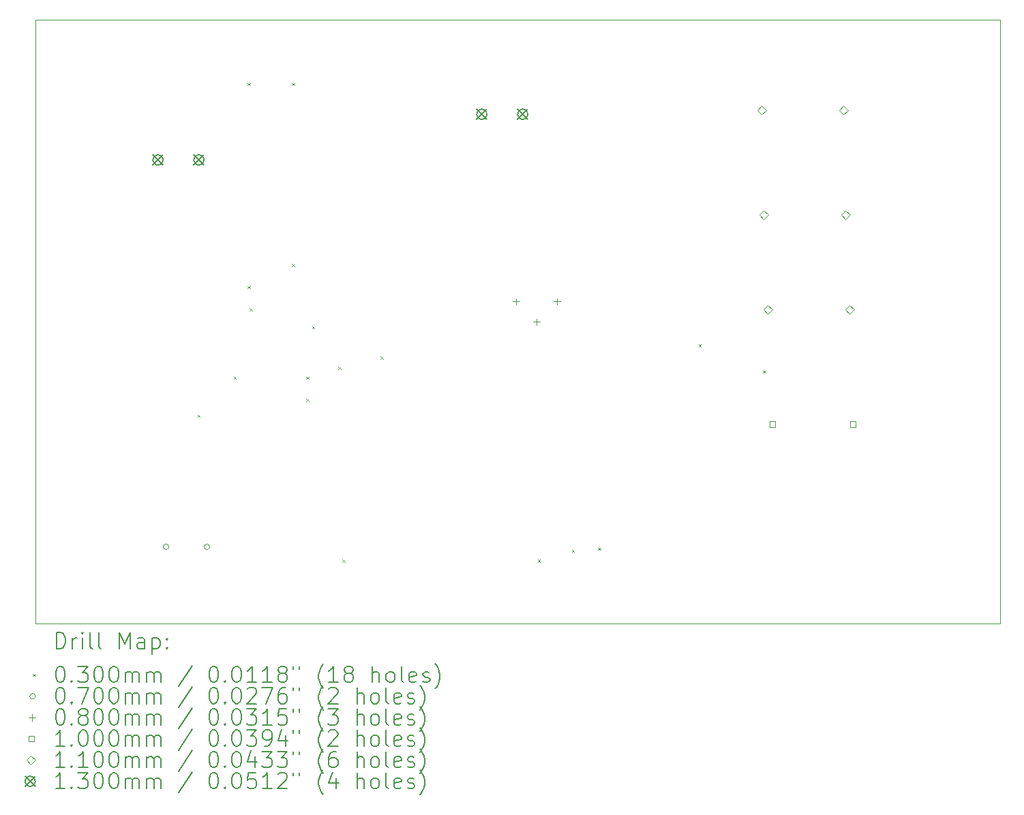
<source format=gbr>
%TF.GenerationSoftware,KiCad,Pcbnew,9.0.0*%
%TF.CreationDate,2025-03-20T10:05:37+05:30*%
%TF.ProjectId,Buck Convertor,4275636b-2043-46f6-9e76-6572746f722e,rev?*%
%TF.SameCoordinates,Original*%
%TF.FileFunction,Drillmap*%
%TF.FilePolarity,Positive*%
%FSLAX45Y45*%
G04 Gerber Fmt 4.5, Leading zero omitted, Abs format (unit mm)*
G04 Created by KiCad (PCBNEW 9.0.0) date 2025-03-20 10:05:37*
%MOMM*%
%LPD*%
G01*
G04 APERTURE LIST*
%ADD10C,0.050000*%
%ADD11C,0.200000*%
%ADD12C,0.100000*%
%ADD13C,0.110000*%
%ADD14C,0.130000*%
G04 APERTURE END LIST*
D10*
X11250000Y-4925000D02*
X23225000Y-4925000D01*
X23225000Y-12425000D01*
X11250000Y-12425000D01*
X11250000Y-4925000D01*
D11*
D12*
X13260000Y-9835000D02*
X13290000Y-9865000D01*
X13290000Y-9835000D02*
X13260000Y-9865000D01*
X13710000Y-9360000D02*
X13740000Y-9390000D01*
X13740000Y-9360000D02*
X13710000Y-9390000D01*
X13885000Y-5710000D02*
X13915000Y-5740000D01*
X13915000Y-5710000D02*
X13885000Y-5740000D01*
X13885000Y-8235000D02*
X13915000Y-8265000D01*
X13915000Y-8235000D02*
X13885000Y-8265000D01*
X13910000Y-8510000D02*
X13940000Y-8540000D01*
X13940000Y-8510000D02*
X13910000Y-8540000D01*
X14435000Y-5710000D02*
X14465000Y-5740000D01*
X14465000Y-5710000D02*
X14435000Y-5740000D01*
X14435000Y-7960000D02*
X14465000Y-7990000D01*
X14465000Y-7960000D02*
X14435000Y-7990000D01*
X14610000Y-9360000D02*
X14640000Y-9390000D01*
X14640000Y-9360000D02*
X14610000Y-9390000D01*
X14610000Y-9635000D02*
X14640000Y-9665000D01*
X14640000Y-9635000D02*
X14610000Y-9665000D01*
X14685000Y-8735000D02*
X14715000Y-8765000D01*
X14715000Y-8735000D02*
X14685000Y-8765000D01*
X15010000Y-9235000D02*
X15040000Y-9265000D01*
X15040000Y-9235000D02*
X15010000Y-9265000D01*
X15060000Y-11635000D02*
X15090000Y-11665000D01*
X15090000Y-11635000D02*
X15060000Y-11665000D01*
X15535000Y-9110000D02*
X15565000Y-9140000D01*
X15565000Y-9110000D02*
X15535000Y-9140000D01*
X17485000Y-11635000D02*
X17515000Y-11665000D01*
X17515000Y-11635000D02*
X17485000Y-11665000D01*
X17910000Y-11510000D02*
X17940000Y-11540000D01*
X17940000Y-11510000D02*
X17910000Y-11540000D01*
X18235000Y-11485000D02*
X18265000Y-11515000D01*
X18265000Y-11485000D02*
X18235000Y-11515000D01*
X19485000Y-8960000D02*
X19515000Y-8990000D01*
X19515000Y-8960000D02*
X19485000Y-8990000D01*
X20285000Y-9285000D02*
X20315000Y-9315000D01*
X20315000Y-9285000D02*
X20285000Y-9315000D01*
X12906000Y-11475000D02*
G75*
G02*
X12836000Y-11475000I-35000J0D01*
G01*
X12836000Y-11475000D02*
G75*
G02*
X12906000Y-11475000I35000J0D01*
G01*
X13414000Y-11475000D02*
G75*
G02*
X13344000Y-11475000I-35000J0D01*
G01*
X13344000Y-11475000D02*
G75*
G02*
X13414000Y-11475000I35000J0D01*
G01*
X17217000Y-8385000D02*
X17217000Y-8465000D01*
X17177000Y-8425000D02*
X17257000Y-8425000D01*
X17471000Y-8639000D02*
X17471000Y-8719000D01*
X17431000Y-8679000D02*
X17511000Y-8679000D01*
X17725000Y-8385000D02*
X17725000Y-8465000D01*
X17685000Y-8425000D02*
X17765000Y-8425000D01*
X20435356Y-9985356D02*
X20435356Y-9914644D01*
X20364644Y-9914644D01*
X20364644Y-9985356D01*
X20435356Y-9985356D01*
X21435356Y-9985356D02*
X21435356Y-9914644D01*
X21364644Y-9914644D01*
X21364644Y-9985356D01*
X21435356Y-9985356D01*
D13*
X20267000Y-6105000D02*
X20322000Y-6050000D01*
X20267000Y-5995000D01*
X20212000Y-6050000D01*
X20267000Y-6105000D01*
X20292000Y-7405000D02*
X20347000Y-7350000D01*
X20292000Y-7295000D01*
X20237000Y-7350000D01*
X20292000Y-7405000D01*
X20342000Y-8580000D02*
X20397000Y-8525000D01*
X20342000Y-8470000D01*
X20287000Y-8525000D01*
X20342000Y-8580000D01*
X21283000Y-6105000D02*
X21338000Y-6050000D01*
X21283000Y-5995000D01*
X21228000Y-6050000D01*
X21283000Y-6105000D01*
X21308000Y-7405000D02*
X21363000Y-7350000D01*
X21308000Y-7295000D01*
X21253000Y-7350000D01*
X21308000Y-7405000D01*
X21358000Y-8580000D02*
X21413000Y-8525000D01*
X21358000Y-8470000D01*
X21303000Y-8525000D01*
X21358000Y-8580000D01*
D14*
X12705500Y-6602250D02*
X12835500Y-6732250D01*
X12835500Y-6602250D02*
X12705500Y-6732250D01*
X12835500Y-6667250D02*
G75*
G02*
X12705500Y-6667250I-65000J0D01*
G01*
X12705500Y-6667250D02*
G75*
G02*
X12835500Y-6667250I65000J0D01*
G01*
X13213500Y-6602250D02*
X13343500Y-6732250D01*
X13343500Y-6602250D02*
X13213500Y-6732250D01*
X13343500Y-6667250D02*
G75*
G02*
X13213500Y-6667250I-65000J0D01*
G01*
X13213500Y-6667250D02*
G75*
G02*
X13343500Y-6667250I65000J0D01*
G01*
X16727000Y-6035000D02*
X16857000Y-6165000D01*
X16857000Y-6035000D02*
X16727000Y-6165000D01*
X16857000Y-6100000D02*
G75*
G02*
X16727000Y-6100000I-65000J0D01*
G01*
X16727000Y-6100000D02*
G75*
G02*
X16857000Y-6100000I65000J0D01*
G01*
X17235000Y-6035000D02*
X17365000Y-6165000D01*
X17365000Y-6035000D02*
X17235000Y-6165000D01*
X17365000Y-6100000D02*
G75*
G02*
X17235000Y-6100000I-65000J0D01*
G01*
X17235000Y-6100000D02*
G75*
G02*
X17365000Y-6100000I65000J0D01*
G01*
D11*
X11508277Y-12738984D02*
X11508277Y-12538984D01*
X11508277Y-12538984D02*
X11555896Y-12538984D01*
X11555896Y-12538984D02*
X11584467Y-12548508D01*
X11584467Y-12548508D02*
X11603515Y-12567555D01*
X11603515Y-12567555D02*
X11613039Y-12586603D01*
X11613039Y-12586603D02*
X11622562Y-12624698D01*
X11622562Y-12624698D02*
X11622562Y-12653269D01*
X11622562Y-12653269D02*
X11613039Y-12691365D01*
X11613039Y-12691365D02*
X11603515Y-12710412D01*
X11603515Y-12710412D02*
X11584467Y-12729460D01*
X11584467Y-12729460D02*
X11555896Y-12738984D01*
X11555896Y-12738984D02*
X11508277Y-12738984D01*
X11708277Y-12738984D02*
X11708277Y-12605650D01*
X11708277Y-12643746D02*
X11717801Y-12624698D01*
X11717801Y-12624698D02*
X11727324Y-12615174D01*
X11727324Y-12615174D02*
X11746372Y-12605650D01*
X11746372Y-12605650D02*
X11765420Y-12605650D01*
X11832086Y-12738984D02*
X11832086Y-12605650D01*
X11832086Y-12538984D02*
X11822562Y-12548508D01*
X11822562Y-12548508D02*
X11832086Y-12558031D01*
X11832086Y-12558031D02*
X11841610Y-12548508D01*
X11841610Y-12548508D02*
X11832086Y-12538984D01*
X11832086Y-12538984D02*
X11832086Y-12558031D01*
X11955896Y-12738984D02*
X11936848Y-12729460D01*
X11936848Y-12729460D02*
X11927324Y-12710412D01*
X11927324Y-12710412D02*
X11927324Y-12538984D01*
X12060658Y-12738984D02*
X12041610Y-12729460D01*
X12041610Y-12729460D02*
X12032086Y-12710412D01*
X12032086Y-12710412D02*
X12032086Y-12538984D01*
X12289229Y-12738984D02*
X12289229Y-12538984D01*
X12289229Y-12538984D02*
X12355896Y-12681841D01*
X12355896Y-12681841D02*
X12422562Y-12538984D01*
X12422562Y-12538984D02*
X12422562Y-12738984D01*
X12603515Y-12738984D02*
X12603515Y-12634222D01*
X12603515Y-12634222D02*
X12593991Y-12615174D01*
X12593991Y-12615174D02*
X12574943Y-12605650D01*
X12574943Y-12605650D02*
X12536848Y-12605650D01*
X12536848Y-12605650D02*
X12517801Y-12615174D01*
X12603515Y-12729460D02*
X12584467Y-12738984D01*
X12584467Y-12738984D02*
X12536848Y-12738984D01*
X12536848Y-12738984D02*
X12517801Y-12729460D01*
X12517801Y-12729460D02*
X12508277Y-12710412D01*
X12508277Y-12710412D02*
X12508277Y-12691365D01*
X12508277Y-12691365D02*
X12517801Y-12672317D01*
X12517801Y-12672317D02*
X12536848Y-12662793D01*
X12536848Y-12662793D02*
X12584467Y-12662793D01*
X12584467Y-12662793D02*
X12603515Y-12653269D01*
X12698753Y-12605650D02*
X12698753Y-12805650D01*
X12698753Y-12615174D02*
X12717801Y-12605650D01*
X12717801Y-12605650D02*
X12755896Y-12605650D01*
X12755896Y-12605650D02*
X12774943Y-12615174D01*
X12774943Y-12615174D02*
X12784467Y-12624698D01*
X12784467Y-12624698D02*
X12793991Y-12643746D01*
X12793991Y-12643746D02*
X12793991Y-12700888D01*
X12793991Y-12700888D02*
X12784467Y-12719936D01*
X12784467Y-12719936D02*
X12774943Y-12729460D01*
X12774943Y-12729460D02*
X12755896Y-12738984D01*
X12755896Y-12738984D02*
X12717801Y-12738984D01*
X12717801Y-12738984D02*
X12698753Y-12729460D01*
X12879705Y-12719936D02*
X12889229Y-12729460D01*
X12889229Y-12729460D02*
X12879705Y-12738984D01*
X12879705Y-12738984D02*
X12870182Y-12729460D01*
X12870182Y-12729460D02*
X12879705Y-12719936D01*
X12879705Y-12719936D02*
X12879705Y-12738984D01*
X12879705Y-12615174D02*
X12889229Y-12624698D01*
X12889229Y-12624698D02*
X12879705Y-12634222D01*
X12879705Y-12634222D02*
X12870182Y-12624698D01*
X12870182Y-12624698D02*
X12879705Y-12615174D01*
X12879705Y-12615174D02*
X12879705Y-12634222D01*
D12*
X11217500Y-13052500D02*
X11247500Y-13082500D01*
X11247500Y-13052500D02*
X11217500Y-13082500D01*
D11*
X11546372Y-12958984D02*
X11565420Y-12958984D01*
X11565420Y-12958984D02*
X11584467Y-12968508D01*
X11584467Y-12968508D02*
X11593991Y-12978031D01*
X11593991Y-12978031D02*
X11603515Y-12997079D01*
X11603515Y-12997079D02*
X11613039Y-13035174D01*
X11613039Y-13035174D02*
X11613039Y-13082793D01*
X11613039Y-13082793D02*
X11603515Y-13120888D01*
X11603515Y-13120888D02*
X11593991Y-13139936D01*
X11593991Y-13139936D02*
X11584467Y-13149460D01*
X11584467Y-13149460D02*
X11565420Y-13158984D01*
X11565420Y-13158984D02*
X11546372Y-13158984D01*
X11546372Y-13158984D02*
X11527324Y-13149460D01*
X11527324Y-13149460D02*
X11517801Y-13139936D01*
X11517801Y-13139936D02*
X11508277Y-13120888D01*
X11508277Y-13120888D02*
X11498753Y-13082793D01*
X11498753Y-13082793D02*
X11498753Y-13035174D01*
X11498753Y-13035174D02*
X11508277Y-12997079D01*
X11508277Y-12997079D02*
X11517801Y-12978031D01*
X11517801Y-12978031D02*
X11527324Y-12968508D01*
X11527324Y-12968508D02*
X11546372Y-12958984D01*
X11698753Y-13139936D02*
X11708277Y-13149460D01*
X11708277Y-13149460D02*
X11698753Y-13158984D01*
X11698753Y-13158984D02*
X11689229Y-13149460D01*
X11689229Y-13149460D02*
X11698753Y-13139936D01*
X11698753Y-13139936D02*
X11698753Y-13158984D01*
X11774943Y-12958984D02*
X11898753Y-12958984D01*
X11898753Y-12958984D02*
X11832086Y-13035174D01*
X11832086Y-13035174D02*
X11860658Y-13035174D01*
X11860658Y-13035174D02*
X11879705Y-13044698D01*
X11879705Y-13044698D02*
X11889229Y-13054222D01*
X11889229Y-13054222D02*
X11898753Y-13073269D01*
X11898753Y-13073269D02*
X11898753Y-13120888D01*
X11898753Y-13120888D02*
X11889229Y-13139936D01*
X11889229Y-13139936D02*
X11879705Y-13149460D01*
X11879705Y-13149460D02*
X11860658Y-13158984D01*
X11860658Y-13158984D02*
X11803515Y-13158984D01*
X11803515Y-13158984D02*
X11784467Y-13149460D01*
X11784467Y-13149460D02*
X11774943Y-13139936D01*
X12022562Y-12958984D02*
X12041610Y-12958984D01*
X12041610Y-12958984D02*
X12060658Y-12968508D01*
X12060658Y-12968508D02*
X12070182Y-12978031D01*
X12070182Y-12978031D02*
X12079705Y-12997079D01*
X12079705Y-12997079D02*
X12089229Y-13035174D01*
X12089229Y-13035174D02*
X12089229Y-13082793D01*
X12089229Y-13082793D02*
X12079705Y-13120888D01*
X12079705Y-13120888D02*
X12070182Y-13139936D01*
X12070182Y-13139936D02*
X12060658Y-13149460D01*
X12060658Y-13149460D02*
X12041610Y-13158984D01*
X12041610Y-13158984D02*
X12022562Y-13158984D01*
X12022562Y-13158984D02*
X12003515Y-13149460D01*
X12003515Y-13149460D02*
X11993991Y-13139936D01*
X11993991Y-13139936D02*
X11984467Y-13120888D01*
X11984467Y-13120888D02*
X11974943Y-13082793D01*
X11974943Y-13082793D02*
X11974943Y-13035174D01*
X11974943Y-13035174D02*
X11984467Y-12997079D01*
X11984467Y-12997079D02*
X11993991Y-12978031D01*
X11993991Y-12978031D02*
X12003515Y-12968508D01*
X12003515Y-12968508D02*
X12022562Y-12958984D01*
X12213039Y-12958984D02*
X12232086Y-12958984D01*
X12232086Y-12958984D02*
X12251134Y-12968508D01*
X12251134Y-12968508D02*
X12260658Y-12978031D01*
X12260658Y-12978031D02*
X12270182Y-12997079D01*
X12270182Y-12997079D02*
X12279705Y-13035174D01*
X12279705Y-13035174D02*
X12279705Y-13082793D01*
X12279705Y-13082793D02*
X12270182Y-13120888D01*
X12270182Y-13120888D02*
X12260658Y-13139936D01*
X12260658Y-13139936D02*
X12251134Y-13149460D01*
X12251134Y-13149460D02*
X12232086Y-13158984D01*
X12232086Y-13158984D02*
X12213039Y-13158984D01*
X12213039Y-13158984D02*
X12193991Y-13149460D01*
X12193991Y-13149460D02*
X12184467Y-13139936D01*
X12184467Y-13139936D02*
X12174943Y-13120888D01*
X12174943Y-13120888D02*
X12165420Y-13082793D01*
X12165420Y-13082793D02*
X12165420Y-13035174D01*
X12165420Y-13035174D02*
X12174943Y-12997079D01*
X12174943Y-12997079D02*
X12184467Y-12978031D01*
X12184467Y-12978031D02*
X12193991Y-12968508D01*
X12193991Y-12968508D02*
X12213039Y-12958984D01*
X12365420Y-13158984D02*
X12365420Y-13025650D01*
X12365420Y-13044698D02*
X12374943Y-13035174D01*
X12374943Y-13035174D02*
X12393991Y-13025650D01*
X12393991Y-13025650D02*
X12422563Y-13025650D01*
X12422563Y-13025650D02*
X12441610Y-13035174D01*
X12441610Y-13035174D02*
X12451134Y-13054222D01*
X12451134Y-13054222D02*
X12451134Y-13158984D01*
X12451134Y-13054222D02*
X12460658Y-13035174D01*
X12460658Y-13035174D02*
X12479705Y-13025650D01*
X12479705Y-13025650D02*
X12508277Y-13025650D01*
X12508277Y-13025650D02*
X12527324Y-13035174D01*
X12527324Y-13035174D02*
X12536848Y-13054222D01*
X12536848Y-13054222D02*
X12536848Y-13158984D01*
X12632086Y-13158984D02*
X12632086Y-13025650D01*
X12632086Y-13044698D02*
X12641610Y-13035174D01*
X12641610Y-13035174D02*
X12660658Y-13025650D01*
X12660658Y-13025650D02*
X12689229Y-13025650D01*
X12689229Y-13025650D02*
X12708277Y-13035174D01*
X12708277Y-13035174D02*
X12717801Y-13054222D01*
X12717801Y-13054222D02*
X12717801Y-13158984D01*
X12717801Y-13054222D02*
X12727324Y-13035174D01*
X12727324Y-13035174D02*
X12746372Y-13025650D01*
X12746372Y-13025650D02*
X12774943Y-13025650D01*
X12774943Y-13025650D02*
X12793991Y-13035174D01*
X12793991Y-13035174D02*
X12803515Y-13054222D01*
X12803515Y-13054222D02*
X12803515Y-13158984D01*
X13193991Y-12949460D02*
X13022563Y-13206603D01*
X13451134Y-12958984D02*
X13470182Y-12958984D01*
X13470182Y-12958984D02*
X13489229Y-12968508D01*
X13489229Y-12968508D02*
X13498753Y-12978031D01*
X13498753Y-12978031D02*
X13508277Y-12997079D01*
X13508277Y-12997079D02*
X13517801Y-13035174D01*
X13517801Y-13035174D02*
X13517801Y-13082793D01*
X13517801Y-13082793D02*
X13508277Y-13120888D01*
X13508277Y-13120888D02*
X13498753Y-13139936D01*
X13498753Y-13139936D02*
X13489229Y-13149460D01*
X13489229Y-13149460D02*
X13470182Y-13158984D01*
X13470182Y-13158984D02*
X13451134Y-13158984D01*
X13451134Y-13158984D02*
X13432086Y-13149460D01*
X13432086Y-13149460D02*
X13422563Y-13139936D01*
X13422563Y-13139936D02*
X13413039Y-13120888D01*
X13413039Y-13120888D02*
X13403515Y-13082793D01*
X13403515Y-13082793D02*
X13403515Y-13035174D01*
X13403515Y-13035174D02*
X13413039Y-12997079D01*
X13413039Y-12997079D02*
X13422563Y-12978031D01*
X13422563Y-12978031D02*
X13432086Y-12968508D01*
X13432086Y-12968508D02*
X13451134Y-12958984D01*
X13603515Y-13139936D02*
X13613039Y-13149460D01*
X13613039Y-13149460D02*
X13603515Y-13158984D01*
X13603515Y-13158984D02*
X13593991Y-13149460D01*
X13593991Y-13149460D02*
X13603515Y-13139936D01*
X13603515Y-13139936D02*
X13603515Y-13158984D01*
X13736848Y-12958984D02*
X13755896Y-12958984D01*
X13755896Y-12958984D02*
X13774944Y-12968508D01*
X13774944Y-12968508D02*
X13784467Y-12978031D01*
X13784467Y-12978031D02*
X13793991Y-12997079D01*
X13793991Y-12997079D02*
X13803515Y-13035174D01*
X13803515Y-13035174D02*
X13803515Y-13082793D01*
X13803515Y-13082793D02*
X13793991Y-13120888D01*
X13793991Y-13120888D02*
X13784467Y-13139936D01*
X13784467Y-13139936D02*
X13774944Y-13149460D01*
X13774944Y-13149460D02*
X13755896Y-13158984D01*
X13755896Y-13158984D02*
X13736848Y-13158984D01*
X13736848Y-13158984D02*
X13717801Y-13149460D01*
X13717801Y-13149460D02*
X13708277Y-13139936D01*
X13708277Y-13139936D02*
X13698753Y-13120888D01*
X13698753Y-13120888D02*
X13689229Y-13082793D01*
X13689229Y-13082793D02*
X13689229Y-13035174D01*
X13689229Y-13035174D02*
X13698753Y-12997079D01*
X13698753Y-12997079D02*
X13708277Y-12978031D01*
X13708277Y-12978031D02*
X13717801Y-12968508D01*
X13717801Y-12968508D02*
X13736848Y-12958984D01*
X13993991Y-13158984D02*
X13879706Y-13158984D01*
X13936848Y-13158984D02*
X13936848Y-12958984D01*
X13936848Y-12958984D02*
X13917801Y-12987555D01*
X13917801Y-12987555D02*
X13898753Y-13006603D01*
X13898753Y-13006603D02*
X13879706Y-13016127D01*
X14184467Y-13158984D02*
X14070182Y-13158984D01*
X14127325Y-13158984D02*
X14127325Y-12958984D01*
X14127325Y-12958984D02*
X14108277Y-12987555D01*
X14108277Y-12987555D02*
X14089229Y-13006603D01*
X14089229Y-13006603D02*
X14070182Y-13016127D01*
X14298753Y-13044698D02*
X14279706Y-13035174D01*
X14279706Y-13035174D02*
X14270182Y-13025650D01*
X14270182Y-13025650D02*
X14260658Y-13006603D01*
X14260658Y-13006603D02*
X14260658Y-12997079D01*
X14260658Y-12997079D02*
X14270182Y-12978031D01*
X14270182Y-12978031D02*
X14279706Y-12968508D01*
X14279706Y-12968508D02*
X14298753Y-12958984D01*
X14298753Y-12958984D02*
X14336848Y-12958984D01*
X14336848Y-12958984D02*
X14355896Y-12968508D01*
X14355896Y-12968508D02*
X14365420Y-12978031D01*
X14365420Y-12978031D02*
X14374944Y-12997079D01*
X14374944Y-12997079D02*
X14374944Y-13006603D01*
X14374944Y-13006603D02*
X14365420Y-13025650D01*
X14365420Y-13025650D02*
X14355896Y-13035174D01*
X14355896Y-13035174D02*
X14336848Y-13044698D01*
X14336848Y-13044698D02*
X14298753Y-13044698D01*
X14298753Y-13044698D02*
X14279706Y-13054222D01*
X14279706Y-13054222D02*
X14270182Y-13063746D01*
X14270182Y-13063746D02*
X14260658Y-13082793D01*
X14260658Y-13082793D02*
X14260658Y-13120888D01*
X14260658Y-13120888D02*
X14270182Y-13139936D01*
X14270182Y-13139936D02*
X14279706Y-13149460D01*
X14279706Y-13149460D02*
X14298753Y-13158984D01*
X14298753Y-13158984D02*
X14336848Y-13158984D01*
X14336848Y-13158984D02*
X14355896Y-13149460D01*
X14355896Y-13149460D02*
X14365420Y-13139936D01*
X14365420Y-13139936D02*
X14374944Y-13120888D01*
X14374944Y-13120888D02*
X14374944Y-13082793D01*
X14374944Y-13082793D02*
X14365420Y-13063746D01*
X14365420Y-13063746D02*
X14355896Y-13054222D01*
X14355896Y-13054222D02*
X14336848Y-13044698D01*
X14451134Y-12958984D02*
X14451134Y-12997079D01*
X14527325Y-12958984D02*
X14527325Y-12997079D01*
X14822563Y-13235174D02*
X14813039Y-13225650D01*
X14813039Y-13225650D02*
X14793991Y-13197079D01*
X14793991Y-13197079D02*
X14784468Y-13178031D01*
X14784468Y-13178031D02*
X14774944Y-13149460D01*
X14774944Y-13149460D02*
X14765420Y-13101841D01*
X14765420Y-13101841D02*
X14765420Y-13063746D01*
X14765420Y-13063746D02*
X14774944Y-13016127D01*
X14774944Y-13016127D02*
X14784468Y-12987555D01*
X14784468Y-12987555D02*
X14793991Y-12968508D01*
X14793991Y-12968508D02*
X14813039Y-12939936D01*
X14813039Y-12939936D02*
X14822563Y-12930412D01*
X15003515Y-13158984D02*
X14889229Y-13158984D01*
X14946372Y-13158984D02*
X14946372Y-12958984D01*
X14946372Y-12958984D02*
X14927325Y-12987555D01*
X14927325Y-12987555D02*
X14908277Y-13006603D01*
X14908277Y-13006603D02*
X14889229Y-13016127D01*
X15117801Y-13044698D02*
X15098753Y-13035174D01*
X15098753Y-13035174D02*
X15089229Y-13025650D01*
X15089229Y-13025650D02*
X15079706Y-13006603D01*
X15079706Y-13006603D02*
X15079706Y-12997079D01*
X15079706Y-12997079D02*
X15089229Y-12978031D01*
X15089229Y-12978031D02*
X15098753Y-12968508D01*
X15098753Y-12968508D02*
X15117801Y-12958984D01*
X15117801Y-12958984D02*
X15155896Y-12958984D01*
X15155896Y-12958984D02*
X15174944Y-12968508D01*
X15174944Y-12968508D02*
X15184468Y-12978031D01*
X15184468Y-12978031D02*
X15193991Y-12997079D01*
X15193991Y-12997079D02*
X15193991Y-13006603D01*
X15193991Y-13006603D02*
X15184468Y-13025650D01*
X15184468Y-13025650D02*
X15174944Y-13035174D01*
X15174944Y-13035174D02*
X15155896Y-13044698D01*
X15155896Y-13044698D02*
X15117801Y-13044698D01*
X15117801Y-13044698D02*
X15098753Y-13054222D01*
X15098753Y-13054222D02*
X15089229Y-13063746D01*
X15089229Y-13063746D02*
X15079706Y-13082793D01*
X15079706Y-13082793D02*
X15079706Y-13120888D01*
X15079706Y-13120888D02*
X15089229Y-13139936D01*
X15089229Y-13139936D02*
X15098753Y-13149460D01*
X15098753Y-13149460D02*
X15117801Y-13158984D01*
X15117801Y-13158984D02*
X15155896Y-13158984D01*
X15155896Y-13158984D02*
X15174944Y-13149460D01*
X15174944Y-13149460D02*
X15184468Y-13139936D01*
X15184468Y-13139936D02*
X15193991Y-13120888D01*
X15193991Y-13120888D02*
X15193991Y-13082793D01*
X15193991Y-13082793D02*
X15184468Y-13063746D01*
X15184468Y-13063746D02*
X15174944Y-13054222D01*
X15174944Y-13054222D02*
X15155896Y-13044698D01*
X15432087Y-13158984D02*
X15432087Y-12958984D01*
X15517801Y-13158984D02*
X15517801Y-13054222D01*
X15517801Y-13054222D02*
X15508277Y-13035174D01*
X15508277Y-13035174D02*
X15489230Y-13025650D01*
X15489230Y-13025650D02*
X15460658Y-13025650D01*
X15460658Y-13025650D02*
X15441610Y-13035174D01*
X15441610Y-13035174D02*
X15432087Y-13044698D01*
X15641610Y-13158984D02*
X15622563Y-13149460D01*
X15622563Y-13149460D02*
X15613039Y-13139936D01*
X15613039Y-13139936D02*
X15603515Y-13120888D01*
X15603515Y-13120888D02*
X15603515Y-13063746D01*
X15603515Y-13063746D02*
X15613039Y-13044698D01*
X15613039Y-13044698D02*
X15622563Y-13035174D01*
X15622563Y-13035174D02*
X15641610Y-13025650D01*
X15641610Y-13025650D02*
X15670182Y-13025650D01*
X15670182Y-13025650D02*
X15689230Y-13035174D01*
X15689230Y-13035174D02*
X15698753Y-13044698D01*
X15698753Y-13044698D02*
X15708277Y-13063746D01*
X15708277Y-13063746D02*
X15708277Y-13120888D01*
X15708277Y-13120888D02*
X15698753Y-13139936D01*
X15698753Y-13139936D02*
X15689230Y-13149460D01*
X15689230Y-13149460D02*
X15670182Y-13158984D01*
X15670182Y-13158984D02*
X15641610Y-13158984D01*
X15822563Y-13158984D02*
X15803515Y-13149460D01*
X15803515Y-13149460D02*
X15793991Y-13130412D01*
X15793991Y-13130412D02*
X15793991Y-12958984D01*
X15974944Y-13149460D02*
X15955896Y-13158984D01*
X15955896Y-13158984D02*
X15917801Y-13158984D01*
X15917801Y-13158984D02*
X15898753Y-13149460D01*
X15898753Y-13149460D02*
X15889230Y-13130412D01*
X15889230Y-13130412D02*
X15889230Y-13054222D01*
X15889230Y-13054222D02*
X15898753Y-13035174D01*
X15898753Y-13035174D02*
X15917801Y-13025650D01*
X15917801Y-13025650D02*
X15955896Y-13025650D01*
X15955896Y-13025650D02*
X15974944Y-13035174D01*
X15974944Y-13035174D02*
X15984468Y-13054222D01*
X15984468Y-13054222D02*
X15984468Y-13073269D01*
X15984468Y-13073269D02*
X15889230Y-13092317D01*
X16060658Y-13149460D02*
X16079706Y-13158984D01*
X16079706Y-13158984D02*
X16117801Y-13158984D01*
X16117801Y-13158984D02*
X16136849Y-13149460D01*
X16136849Y-13149460D02*
X16146372Y-13130412D01*
X16146372Y-13130412D02*
X16146372Y-13120888D01*
X16146372Y-13120888D02*
X16136849Y-13101841D01*
X16136849Y-13101841D02*
X16117801Y-13092317D01*
X16117801Y-13092317D02*
X16089230Y-13092317D01*
X16089230Y-13092317D02*
X16070182Y-13082793D01*
X16070182Y-13082793D02*
X16060658Y-13063746D01*
X16060658Y-13063746D02*
X16060658Y-13054222D01*
X16060658Y-13054222D02*
X16070182Y-13035174D01*
X16070182Y-13035174D02*
X16089230Y-13025650D01*
X16089230Y-13025650D02*
X16117801Y-13025650D01*
X16117801Y-13025650D02*
X16136849Y-13035174D01*
X16213039Y-13235174D02*
X16222563Y-13225650D01*
X16222563Y-13225650D02*
X16241611Y-13197079D01*
X16241611Y-13197079D02*
X16251134Y-13178031D01*
X16251134Y-13178031D02*
X16260658Y-13149460D01*
X16260658Y-13149460D02*
X16270182Y-13101841D01*
X16270182Y-13101841D02*
X16270182Y-13063746D01*
X16270182Y-13063746D02*
X16260658Y-13016127D01*
X16260658Y-13016127D02*
X16251134Y-12987555D01*
X16251134Y-12987555D02*
X16241611Y-12968508D01*
X16241611Y-12968508D02*
X16222563Y-12939936D01*
X16222563Y-12939936D02*
X16213039Y-12930412D01*
D12*
X11247500Y-13331500D02*
G75*
G02*
X11177500Y-13331500I-35000J0D01*
G01*
X11177500Y-13331500D02*
G75*
G02*
X11247500Y-13331500I35000J0D01*
G01*
D11*
X11546372Y-13222984D02*
X11565420Y-13222984D01*
X11565420Y-13222984D02*
X11584467Y-13232508D01*
X11584467Y-13232508D02*
X11593991Y-13242031D01*
X11593991Y-13242031D02*
X11603515Y-13261079D01*
X11603515Y-13261079D02*
X11613039Y-13299174D01*
X11613039Y-13299174D02*
X11613039Y-13346793D01*
X11613039Y-13346793D02*
X11603515Y-13384888D01*
X11603515Y-13384888D02*
X11593991Y-13403936D01*
X11593991Y-13403936D02*
X11584467Y-13413460D01*
X11584467Y-13413460D02*
X11565420Y-13422984D01*
X11565420Y-13422984D02*
X11546372Y-13422984D01*
X11546372Y-13422984D02*
X11527324Y-13413460D01*
X11527324Y-13413460D02*
X11517801Y-13403936D01*
X11517801Y-13403936D02*
X11508277Y-13384888D01*
X11508277Y-13384888D02*
X11498753Y-13346793D01*
X11498753Y-13346793D02*
X11498753Y-13299174D01*
X11498753Y-13299174D02*
X11508277Y-13261079D01*
X11508277Y-13261079D02*
X11517801Y-13242031D01*
X11517801Y-13242031D02*
X11527324Y-13232508D01*
X11527324Y-13232508D02*
X11546372Y-13222984D01*
X11698753Y-13403936D02*
X11708277Y-13413460D01*
X11708277Y-13413460D02*
X11698753Y-13422984D01*
X11698753Y-13422984D02*
X11689229Y-13413460D01*
X11689229Y-13413460D02*
X11698753Y-13403936D01*
X11698753Y-13403936D02*
X11698753Y-13422984D01*
X11774943Y-13222984D02*
X11908277Y-13222984D01*
X11908277Y-13222984D02*
X11822562Y-13422984D01*
X12022562Y-13222984D02*
X12041610Y-13222984D01*
X12041610Y-13222984D02*
X12060658Y-13232508D01*
X12060658Y-13232508D02*
X12070182Y-13242031D01*
X12070182Y-13242031D02*
X12079705Y-13261079D01*
X12079705Y-13261079D02*
X12089229Y-13299174D01*
X12089229Y-13299174D02*
X12089229Y-13346793D01*
X12089229Y-13346793D02*
X12079705Y-13384888D01*
X12079705Y-13384888D02*
X12070182Y-13403936D01*
X12070182Y-13403936D02*
X12060658Y-13413460D01*
X12060658Y-13413460D02*
X12041610Y-13422984D01*
X12041610Y-13422984D02*
X12022562Y-13422984D01*
X12022562Y-13422984D02*
X12003515Y-13413460D01*
X12003515Y-13413460D02*
X11993991Y-13403936D01*
X11993991Y-13403936D02*
X11984467Y-13384888D01*
X11984467Y-13384888D02*
X11974943Y-13346793D01*
X11974943Y-13346793D02*
X11974943Y-13299174D01*
X11974943Y-13299174D02*
X11984467Y-13261079D01*
X11984467Y-13261079D02*
X11993991Y-13242031D01*
X11993991Y-13242031D02*
X12003515Y-13232508D01*
X12003515Y-13232508D02*
X12022562Y-13222984D01*
X12213039Y-13222984D02*
X12232086Y-13222984D01*
X12232086Y-13222984D02*
X12251134Y-13232508D01*
X12251134Y-13232508D02*
X12260658Y-13242031D01*
X12260658Y-13242031D02*
X12270182Y-13261079D01*
X12270182Y-13261079D02*
X12279705Y-13299174D01*
X12279705Y-13299174D02*
X12279705Y-13346793D01*
X12279705Y-13346793D02*
X12270182Y-13384888D01*
X12270182Y-13384888D02*
X12260658Y-13403936D01*
X12260658Y-13403936D02*
X12251134Y-13413460D01*
X12251134Y-13413460D02*
X12232086Y-13422984D01*
X12232086Y-13422984D02*
X12213039Y-13422984D01*
X12213039Y-13422984D02*
X12193991Y-13413460D01*
X12193991Y-13413460D02*
X12184467Y-13403936D01*
X12184467Y-13403936D02*
X12174943Y-13384888D01*
X12174943Y-13384888D02*
X12165420Y-13346793D01*
X12165420Y-13346793D02*
X12165420Y-13299174D01*
X12165420Y-13299174D02*
X12174943Y-13261079D01*
X12174943Y-13261079D02*
X12184467Y-13242031D01*
X12184467Y-13242031D02*
X12193991Y-13232508D01*
X12193991Y-13232508D02*
X12213039Y-13222984D01*
X12365420Y-13422984D02*
X12365420Y-13289650D01*
X12365420Y-13308698D02*
X12374943Y-13299174D01*
X12374943Y-13299174D02*
X12393991Y-13289650D01*
X12393991Y-13289650D02*
X12422563Y-13289650D01*
X12422563Y-13289650D02*
X12441610Y-13299174D01*
X12441610Y-13299174D02*
X12451134Y-13318222D01*
X12451134Y-13318222D02*
X12451134Y-13422984D01*
X12451134Y-13318222D02*
X12460658Y-13299174D01*
X12460658Y-13299174D02*
X12479705Y-13289650D01*
X12479705Y-13289650D02*
X12508277Y-13289650D01*
X12508277Y-13289650D02*
X12527324Y-13299174D01*
X12527324Y-13299174D02*
X12536848Y-13318222D01*
X12536848Y-13318222D02*
X12536848Y-13422984D01*
X12632086Y-13422984D02*
X12632086Y-13289650D01*
X12632086Y-13308698D02*
X12641610Y-13299174D01*
X12641610Y-13299174D02*
X12660658Y-13289650D01*
X12660658Y-13289650D02*
X12689229Y-13289650D01*
X12689229Y-13289650D02*
X12708277Y-13299174D01*
X12708277Y-13299174D02*
X12717801Y-13318222D01*
X12717801Y-13318222D02*
X12717801Y-13422984D01*
X12717801Y-13318222D02*
X12727324Y-13299174D01*
X12727324Y-13299174D02*
X12746372Y-13289650D01*
X12746372Y-13289650D02*
X12774943Y-13289650D01*
X12774943Y-13289650D02*
X12793991Y-13299174D01*
X12793991Y-13299174D02*
X12803515Y-13318222D01*
X12803515Y-13318222D02*
X12803515Y-13422984D01*
X13193991Y-13213460D02*
X13022563Y-13470603D01*
X13451134Y-13222984D02*
X13470182Y-13222984D01*
X13470182Y-13222984D02*
X13489229Y-13232508D01*
X13489229Y-13232508D02*
X13498753Y-13242031D01*
X13498753Y-13242031D02*
X13508277Y-13261079D01*
X13508277Y-13261079D02*
X13517801Y-13299174D01*
X13517801Y-13299174D02*
X13517801Y-13346793D01*
X13517801Y-13346793D02*
X13508277Y-13384888D01*
X13508277Y-13384888D02*
X13498753Y-13403936D01*
X13498753Y-13403936D02*
X13489229Y-13413460D01*
X13489229Y-13413460D02*
X13470182Y-13422984D01*
X13470182Y-13422984D02*
X13451134Y-13422984D01*
X13451134Y-13422984D02*
X13432086Y-13413460D01*
X13432086Y-13413460D02*
X13422563Y-13403936D01*
X13422563Y-13403936D02*
X13413039Y-13384888D01*
X13413039Y-13384888D02*
X13403515Y-13346793D01*
X13403515Y-13346793D02*
X13403515Y-13299174D01*
X13403515Y-13299174D02*
X13413039Y-13261079D01*
X13413039Y-13261079D02*
X13422563Y-13242031D01*
X13422563Y-13242031D02*
X13432086Y-13232508D01*
X13432086Y-13232508D02*
X13451134Y-13222984D01*
X13603515Y-13403936D02*
X13613039Y-13413460D01*
X13613039Y-13413460D02*
X13603515Y-13422984D01*
X13603515Y-13422984D02*
X13593991Y-13413460D01*
X13593991Y-13413460D02*
X13603515Y-13403936D01*
X13603515Y-13403936D02*
X13603515Y-13422984D01*
X13736848Y-13222984D02*
X13755896Y-13222984D01*
X13755896Y-13222984D02*
X13774944Y-13232508D01*
X13774944Y-13232508D02*
X13784467Y-13242031D01*
X13784467Y-13242031D02*
X13793991Y-13261079D01*
X13793991Y-13261079D02*
X13803515Y-13299174D01*
X13803515Y-13299174D02*
X13803515Y-13346793D01*
X13803515Y-13346793D02*
X13793991Y-13384888D01*
X13793991Y-13384888D02*
X13784467Y-13403936D01*
X13784467Y-13403936D02*
X13774944Y-13413460D01*
X13774944Y-13413460D02*
X13755896Y-13422984D01*
X13755896Y-13422984D02*
X13736848Y-13422984D01*
X13736848Y-13422984D02*
X13717801Y-13413460D01*
X13717801Y-13413460D02*
X13708277Y-13403936D01*
X13708277Y-13403936D02*
X13698753Y-13384888D01*
X13698753Y-13384888D02*
X13689229Y-13346793D01*
X13689229Y-13346793D02*
X13689229Y-13299174D01*
X13689229Y-13299174D02*
X13698753Y-13261079D01*
X13698753Y-13261079D02*
X13708277Y-13242031D01*
X13708277Y-13242031D02*
X13717801Y-13232508D01*
X13717801Y-13232508D02*
X13736848Y-13222984D01*
X13879706Y-13242031D02*
X13889229Y-13232508D01*
X13889229Y-13232508D02*
X13908277Y-13222984D01*
X13908277Y-13222984D02*
X13955896Y-13222984D01*
X13955896Y-13222984D02*
X13974944Y-13232508D01*
X13974944Y-13232508D02*
X13984467Y-13242031D01*
X13984467Y-13242031D02*
X13993991Y-13261079D01*
X13993991Y-13261079D02*
X13993991Y-13280127D01*
X13993991Y-13280127D02*
X13984467Y-13308698D01*
X13984467Y-13308698D02*
X13870182Y-13422984D01*
X13870182Y-13422984D02*
X13993991Y-13422984D01*
X14060658Y-13222984D02*
X14193991Y-13222984D01*
X14193991Y-13222984D02*
X14108277Y-13422984D01*
X14355896Y-13222984D02*
X14317801Y-13222984D01*
X14317801Y-13222984D02*
X14298753Y-13232508D01*
X14298753Y-13232508D02*
X14289229Y-13242031D01*
X14289229Y-13242031D02*
X14270182Y-13270603D01*
X14270182Y-13270603D02*
X14260658Y-13308698D01*
X14260658Y-13308698D02*
X14260658Y-13384888D01*
X14260658Y-13384888D02*
X14270182Y-13403936D01*
X14270182Y-13403936D02*
X14279706Y-13413460D01*
X14279706Y-13413460D02*
X14298753Y-13422984D01*
X14298753Y-13422984D02*
X14336848Y-13422984D01*
X14336848Y-13422984D02*
X14355896Y-13413460D01*
X14355896Y-13413460D02*
X14365420Y-13403936D01*
X14365420Y-13403936D02*
X14374944Y-13384888D01*
X14374944Y-13384888D02*
X14374944Y-13337269D01*
X14374944Y-13337269D02*
X14365420Y-13318222D01*
X14365420Y-13318222D02*
X14355896Y-13308698D01*
X14355896Y-13308698D02*
X14336848Y-13299174D01*
X14336848Y-13299174D02*
X14298753Y-13299174D01*
X14298753Y-13299174D02*
X14279706Y-13308698D01*
X14279706Y-13308698D02*
X14270182Y-13318222D01*
X14270182Y-13318222D02*
X14260658Y-13337269D01*
X14451134Y-13222984D02*
X14451134Y-13261079D01*
X14527325Y-13222984D02*
X14527325Y-13261079D01*
X14822563Y-13499174D02*
X14813039Y-13489650D01*
X14813039Y-13489650D02*
X14793991Y-13461079D01*
X14793991Y-13461079D02*
X14784468Y-13442031D01*
X14784468Y-13442031D02*
X14774944Y-13413460D01*
X14774944Y-13413460D02*
X14765420Y-13365841D01*
X14765420Y-13365841D02*
X14765420Y-13327746D01*
X14765420Y-13327746D02*
X14774944Y-13280127D01*
X14774944Y-13280127D02*
X14784468Y-13251555D01*
X14784468Y-13251555D02*
X14793991Y-13232508D01*
X14793991Y-13232508D02*
X14813039Y-13203936D01*
X14813039Y-13203936D02*
X14822563Y-13194412D01*
X14889229Y-13242031D02*
X14898753Y-13232508D01*
X14898753Y-13232508D02*
X14917801Y-13222984D01*
X14917801Y-13222984D02*
X14965420Y-13222984D01*
X14965420Y-13222984D02*
X14984468Y-13232508D01*
X14984468Y-13232508D02*
X14993991Y-13242031D01*
X14993991Y-13242031D02*
X15003515Y-13261079D01*
X15003515Y-13261079D02*
X15003515Y-13280127D01*
X15003515Y-13280127D02*
X14993991Y-13308698D01*
X14993991Y-13308698D02*
X14879706Y-13422984D01*
X14879706Y-13422984D02*
X15003515Y-13422984D01*
X15241610Y-13422984D02*
X15241610Y-13222984D01*
X15327325Y-13422984D02*
X15327325Y-13318222D01*
X15327325Y-13318222D02*
X15317801Y-13299174D01*
X15317801Y-13299174D02*
X15298753Y-13289650D01*
X15298753Y-13289650D02*
X15270182Y-13289650D01*
X15270182Y-13289650D02*
X15251134Y-13299174D01*
X15251134Y-13299174D02*
X15241610Y-13308698D01*
X15451134Y-13422984D02*
X15432087Y-13413460D01*
X15432087Y-13413460D02*
X15422563Y-13403936D01*
X15422563Y-13403936D02*
X15413039Y-13384888D01*
X15413039Y-13384888D02*
X15413039Y-13327746D01*
X15413039Y-13327746D02*
X15422563Y-13308698D01*
X15422563Y-13308698D02*
X15432087Y-13299174D01*
X15432087Y-13299174D02*
X15451134Y-13289650D01*
X15451134Y-13289650D02*
X15479706Y-13289650D01*
X15479706Y-13289650D02*
X15498753Y-13299174D01*
X15498753Y-13299174D02*
X15508277Y-13308698D01*
X15508277Y-13308698D02*
X15517801Y-13327746D01*
X15517801Y-13327746D02*
X15517801Y-13384888D01*
X15517801Y-13384888D02*
X15508277Y-13403936D01*
X15508277Y-13403936D02*
X15498753Y-13413460D01*
X15498753Y-13413460D02*
X15479706Y-13422984D01*
X15479706Y-13422984D02*
X15451134Y-13422984D01*
X15632087Y-13422984D02*
X15613039Y-13413460D01*
X15613039Y-13413460D02*
X15603515Y-13394412D01*
X15603515Y-13394412D02*
X15603515Y-13222984D01*
X15784468Y-13413460D02*
X15765420Y-13422984D01*
X15765420Y-13422984D02*
X15727325Y-13422984D01*
X15727325Y-13422984D02*
X15708277Y-13413460D01*
X15708277Y-13413460D02*
X15698753Y-13394412D01*
X15698753Y-13394412D02*
X15698753Y-13318222D01*
X15698753Y-13318222D02*
X15708277Y-13299174D01*
X15708277Y-13299174D02*
X15727325Y-13289650D01*
X15727325Y-13289650D02*
X15765420Y-13289650D01*
X15765420Y-13289650D02*
X15784468Y-13299174D01*
X15784468Y-13299174D02*
X15793991Y-13318222D01*
X15793991Y-13318222D02*
X15793991Y-13337269D01*
X15793991Y-13337269D02*
X15698753Y-13356317D01*
X15870182Y-13413460D02*
X15889230Y-13422984D01*
X15889230Y-13422984D02*
X15927325Y-13422984D01*
X15927325Y-13422984D02*
X15946372Y-13413460D01*
X15946372Y-13413460D02*
X15955896Y-13394412D01*
X15955896Y-13394412D02*
X15955896Y-13384888D01*
X15955896Y-13384888D02*
X15946372Y-13365841D01*
X15946372Y-13365841D02*
X15927325Y-13356317D01*
X15927325Y-13356317D02*
X15898753Y-13356317D01*
X15898753Y-13356317D02*
X15879706Y-13346793D01*
X15879706Y-13346793D02*
X15870182Y-13327746D01*
X15870182Y-13327746D02*
X15870182Y-13318222D01*
X15870182Y-13318222D02*
X15879706Y-13299174D01*
X15879706Y-13299174D02*
X15898753Y-13289650D01*
X15898753Y-13289650D02*
X15927325Y-13289650D01*
X15927325Y-13289650D02*
X15946372Y-13299174D01*
X16022563Y-13499174D02*
X16032087Y-13489650D01*
X16032087Y-13489650D02*
X16051134Y-13461079D01*
X16051134Y-13461079D02*
X16060658Y-13442031D01*
X16060658Y-13442031D02*
X16070182Y-13413460D01*
X16070182Y-13413460D02*
X16079706Y-13365841D01*
X16079706Y-13365841D02*
X16079706Y-13327746D01*
X16079706Y-13327746D02*
X16070182Y-13280127D01*
X16070182Y-13280127D02*
X16060658Y-13251555D01*
X16060658Y-13251555D02*
X16051134Y-13232508D01*
X16051134Y-13232508D02*
X16032087Y-13203936D01*
X16032087Y-13203936D02*
X16022563Y-13194412D01*
D12*
X11207500Y-13555500D02*
X11207500Y-13635500D01*
X11167500Y-13595500D02*
X11247500Y-13595500D01*
D11*
X11546372Y-13486984D02*
X11565420Y-13486984D01*
X11565420Y-13486984D02*
X11584467Y-13496508D01*
X11584467Y-13496508D02*
X11593991Y-13506031D01*
X11593991Y-13506031D02*
X11603515Y-13525079D01*
X11603515Y-13525079D02*
X11613039Y-13563174D01*
X11613039Y-13563174D02*
X11613039Y-13610793D01*
X11613039Y-13610793D02*
X11603515Y-13648888D01*
X11603515Y-13648888D02*
X11593991Y-13667936D01*
X11593991Y-13667936D02*
X11584467Y-13677460D01*
X11584467Y-13677460D02*
X11565420Y-13686984D01*
X11565420Y-13686984D02*
X11546372Y-13686984D01*
X11546372Y-13686984D02*
X11527324Y-13677460D01*
X11527324Y-13677460D02*
X11517801Y-13667936D01*
X11517801Y-13667936D02*
X11508277Y-13648888D01*
X11508277Y-13648888D02*
X11498753Y-13610793D01*
X11498753Y-13610793D02*
X11498753Y-13563174D01*
X11498753Y-13563174D02*
X11508277Y-13525079D01*
X11508277Y-13525079D02*
X11517801Y-13506031D01*
X11517801Y-13506031D02*
X11527324Y-13496508D01*
X11527324Y-13496508D02*
X11546372Y-13486984D01*
X11698753Y-13667936D02*
X11708277Y-13677460D01*
X11708277Y-13677460D02*
X11698753Y-13686984D01*
X11698753Y-13686984D02*
X11689229Y-13677460D01*
X11689229Y-13677460D02*
X11698753Y-13667936D01*
X11698753Y-13667936D02*
X11698753Y-13686984D01*
X11822562Y-13572698D02*
X11803515Y-13563174D01*
X11803515Y-13563174D02*
X11793991Y-13553650D01*
X11793991Y-13553650D02*
X11784467Y-13534603D01*
X11784467Y-13534603D02*
X11784467Y-13525079D01*
X11784467Y-13525079D02*
X11793991Y-13506031D01*
X11793991Y-13506031D02*
X11803515Y-13496508D01*
X11803515Y-13496508D02*
X11822562Y-13486984D01*
X11822562Y-13486984D02*
X11860658Y-13486984D01*
X11860658Y-13486984D02*
X11879705Y-13496508D01*
X11879705Y-13496508D02*
X11889229Y-13506031D01*
X11889229Y-13506031D02*
X11898753Y-13525079D01*
X11898753Y-13525079D02*
X11898753Y-13534603D01*
X11898753Y-13534603D02*
X11889229Y-13553650D01*
X11889229Y-13553650D02*
X11879705Y-13563174D01*
X11879705Y-13563174D02*
X11860658Y-13572698D01*
X11860658Y-13572698D02*
X11822562Y-13572698D01*
X11822562Y-13572698D02*
X11803515Y-13582222D01*
X11803515Y-13582222D02*
X11793991Y-13591746D01*
X11793991Y-13591746D02*
X11784467Y-13610793D01*
X11784467Y-13610793D02*
X11784467Y-13648888D01*
X11784467Y-13648888D02*
X11793991Y-13667936D01*
X11793991Y-13667936D02*
X11803515Y-13677460D01*
X11803515Y-13677460D02*
X11822562Y-13686984D01*
X11822562Y-13686984D02*
X11860658Y-13686984D01*
X11860658Y-13686984D02*
X11879705Y-13677460D01*
X11879705Y-13677460D02*
X11889229Y-13667936D01*
X11889229Y-13667936D02*
X11898753Y-13648888D01*
X11898753Y-13648888D02*
X11898753Y-13610793D01*
X11898753Y-13610793D02*
X11889229Y-13591746D01*
X11889229Y-13591746D02*
X11879705Y-13582222D01*
X11879705Y-13582222D02*
X11860658Y-13572698D01*
X12022562Y-13486984D02*
X12041610Y-13486984D01*
X12041610Y-13486984D02*
X12060658Y-13496508D01*
X12060658Y-13496508D02*
X12070182Y-13506031D01*
X12070182Y-13506031D02*
X12079705Y-13525079D01*
X12079705Y-13525079D02*
X12089229Y-13563174D01*
X12089229Y-13563174D02*
X12089229Y-13610793D01*
X12089229Y-13610793D02*
X12079705Y-13648888D01*
X12079705Y-13648888D02*
X12070182Y-13667936D01*
X12070182Y-13667936D02*
X12060658Y-13677460D01*
X12060658Y-13677460D02*
X12041610Y-13686984D01*
X12041610Y-13686984D02*
X12022562Y-13686984D01*
X12022562Y-13686984D02*
X12003515Y-13677460D01*
X12003515Y-13677460D02*
X11993991Y-13667936D01*
X11993991Y-13667936D02*
X11984467Y-13648888D01*
X11984467Y-13648888D02*
X11974943Y-13610793D01*
X11974943Y-13610793D02*
X11974943Y-13563174D01*
X11974943Y-13563174D02*
X11984467Y-13525079D01*
X11984467Y-13525079D02*
X11993991Y-13506031D01*
X11993991Y-13506031D02*
X12003515Y-13496508D01*
X12003515Y-13496508D02*
X12022562Y-13486984D01*
X12213039Y-13486984D02*
X12232086Y-13486984D01*
X12232086Y-13486984D02*
X12251134Y-13496508D01*
X12251134Y-13496508D02*
X12260658Y-13506031D01*
X12260658Y-13506031D02*
X12270182Y-13525079D01*
X12270182Y-13525079D02*
X12279705Y-13563174D01*
X12279705Y-13563174D02*
X12279705Y-13610793D01*
X12279705Y-13610793D02*
X12270182Y-13648888D01*
X12270182Y-13648888D02*
X12260658Y-13667936D01*
X12260658Y-13667936D02*
X12251134Y-13677460D01*
X12251134Y-13677460D02*
X12232086Y-13686984D01*
X12232086Y-13686984D02*
X12213039Y-13686984D01*
X12213039Y-13686984D02*
X12193991Y-13677460D01*
X12193991Y-13677460D02*
X12184467Y-13667936D01*
X12184467Y-13667936D02*
X12174943Y-13648888D01*
X12174943Y-13648888D02*
X12165420Y-13610793D01*
X12165420Y-13610793D02*
X12165420Y-13563174D01*
X12165420Y-13563174D02*
X12174943Y-13525079D01*
X12174943Y-13525079D02*
X12184467Y-13506031D01*
X12184467Y-13506031D02*
X12193991Y-13496508D01*
X12193991Y-13496508D02*
X12213039Y-13486984D01*
X12365420Y-13686984D02*
X12365420Y-13553650D01*
X12365420Y-13572698D02*
X12374943Y-13563174D01*
X12374943Y-13563174D02*
X12393991Y-13553650D01*
X12393991Y-13553650D02*
X12422563Y-13553650D01*
X12422563Y-13553650D02*
X12441610Y-13563174D01*
X12441610Y-13563174D02*
X12451134Y-13582222D01*
X12451134Y-13582222D02*
X12451134Y-13686984D01*
X12451134Y-13582222D02*
X12460658Y-13563174D01*
X12460658Y-13563174D02*
X12479705Y-13553650D01*
X12479705Y-13553650D02*
X12508277Y-13553650D01*
X12508277Y-13553650D02*
X12527324Y-13563174D01*
X12527324Y-13563174D02*
X12536848Y-13582222D01*
X12536848Y-13582222D02*
X12536848Y-13686984D01*
X12632086Y-13686984D02*
X12632086Y-13553650D01*
X12632086Y-13572698D02*
X12641610Y-13563174D01*
X12641610Y-13563174D02*
X12660658Y-13553650D01*
X12660658Y-13553650D02*
X12689229Y-13553650D01*
X12689229Y-13553650D02*
X12708277Y-13563174D01*
X12708277Y-13563174D02*
X12717801Y-13582222D01*
X12717801Y-13582222D02*
X12717801Y-13686984D01*
X12717801Y-13582222D02*
X12727324Y-13563174D01*
X12727324Y-13563174D02*
X12746372Y-13553650D01*
X12746372Y-13553650D02*
X12774943Y-13553650D01*
X12774943Y-13553650D02*
X12793991Y-13563174D01*
X12793991Y-13563174D02*
X12803515Y-13582222D01*
X12803515Y-13582222D02*
X12803515Y-13686984D01*
X13193991Y-13477460D02*
X13022563Y-13734603D01*
X13451134Y-13486984D02*
X13470182Y-13486984D01*
X13470182Y-13486984D02*
X13489229Y-13496508D01*
X13489229Y-13496508D02*
X13498753Y-13506031D01*
X13498753Y-13506031D02*
X13508277Y-13525079D01*
X13508277Y-13525079D02*
X13517801Y-13563174D01*
X13517801Y-13563174D02*
X13517801Y-13610793D01*
X13517801Y-13610793D02*
X13508277Y-13648888D01*
X13508277Y-13648888D02*
X13498753Y-13667936D01*
X13498753Y-13667936D02*
X13489229Y-13677460D01*
X13489229Y-13677460D02*
X13470182Y-13686984D01*
X13470182Y-13686984D02*
X13451134Y-13686984D01*
X13451134Y-13686984D02*
X13432086Y-13677460D01*
X13432086Y-13677460D02*
X13422563Y-13667936D01*
X13422563Y-13667936D02*
X13413039Y-13648888D01*
X13413039Y-13648888D02*
X13403515Y-13610793D01*
X13403515Y-13610793D02*
X13403515Y-13563174D01*
X13403515Y-13563174D02*
X13413039Y-13525079D01*
X13413039Y-13525079D02*
X13422563Y-13506031D01*
X13422563Y-13506031D02*
X13432086Y-13496508D01*
X13432086Y-13496508D02*
X13451134Y-13486984D01*
X13603515Y-13667936D02*
X13613039Y-13677460D01*
X13613039Y-13677460D02*
X13603515Y-13686984D01*
X13603515Y-13686984D02*
X13593991Y-13677460D01*
X13593991Y-13677460D02*
X13603515Y-13667936D01*
X13603515Y-13667936D02*
X13603515Y-13686984D01*
X13736848Y-13486984D02*
X13755896Y-13486984D01*
X13755896Y-13486984D02*
X13774944Y-13496508D01*
X13774944Y-13496508D02*
X13784467Y-13506031D01*
X13784467Y-13506031D02*
X13793991Y-13525079D01*
X13793991Y-13525079D02*
X13803515Y-13563174D01*
X13803515Y-13563174D02*
X13803515Y-13610793D01*
X13803515Y-13610793D02*
X13793991Y-13648888D01*
X13793991Y-13648888D02*
X13784467Y-13667936D01*
X13784467Y-13667936D02*
X13774944Y-13677460D01*
X13774944Y-13677460D02*
X13755896Y-13686984D01*
X13755896Y-13686984D02*
X13736848Y-13686984D01*
X13736848Y-13686984D02*
X13717801Y-13677460D01*
X13717801Y-13677460D02*
X13708277Y-13667936D01*
X13708277Y-13667936D02*
X13698753Y-13648888D01*
X13698753Y-13648888D02*
X13689229Y-13610793D01*
X13689229Y-13610793D02*
X13689229Y-13563174D01*
X13689229Y-13563174D02*
X13698753Y-13525079D01*
X13698753Y-13525079D02*
X13708277Y-13506031D01*
X13708277Y-13506031D02*
X13717801Y-13496508D01*
X13717801Y-13496508D02*
X13736848Y-13486984D01*
X13870182Y-13486984D02*
X13993991Y-13486984D01*
X13993991Y-13486984D02*
X13927325Y-13563174D01*
X13927325Y-13563174D02*
X13955896Y-13563174D01*
X13955896Y-13563174D02*
X13974944Y-13572698D01*
X13974944Y-13572698D02*
X13984467Y-13582222D01*
X13984467Y-13582222D02*
X13993991Y-13601269D01*
X13993991Y-13601269D02*
X13993991Y-13648888D01*
X13993991Y-13648888D02*
X13984467Y-13667936D01*
X13984467Y-13667936D02*
X13974944Y-13677460D01*
X13974944Y-13677460D02*
X13955896Y-13686984D01*
X13955896Y-13686984D02*
X13898753Y-13686984D01*
X13898753Y-13686984D02*
X13879706Y-13677460D01*
X13879706Y-13677460D02*
X13870182Y-13667936D01*
X14184467Y-13686984D02*
X14070182Y-13686984D01*
X14127325Y-13686984D02*
X14127325Y-13486984D01*
X14127325Y-13486984D02*
X14108277Y-13515555D01*
X14108277Y-13515555D02*
X14089229Y-13534603D01*
X14089229Y-13534603D02*
X14070182Y-13544127D01*
X14365420Y-13486984D02*
X14270182Y-13486984D01*
X14270182Y-13486984D02*
X14260658Y-13582222D01*
X14260658Y-13582222D02*
X14270182Y-13572698D01*
X14270182Y-13572698D02*
X14289229Y-13563174D01*
X14289229Y-13563174D02*
X14336848Y-13563174D01*
X14336848Y-13563174D02*
X14355896Y-13572698D01*
X14355896Y-13572698D02*
X14365420Y-13582222D01*
X14365420Y-13582222D02*
X14374944Y-13601269D01*
X14374944Y-13601269D02*
X14374944Y-13648888D01*
X14374944Y-13648888D02*
X14365420Y-13667936D01*
X14365420Y-13667936D02*
X14355896Y-13677460D01*
X14355896Y-13677460D02*
X14336848Y-13686984D01*
X14336848Y-13686984D02*
X14289229Y-13686984D01*
X14289229Y-13686984D02*
X14270182Y-13677460D01*
X14270182Y-13677460D02*
X14260658Y-13667936D01*
X14451134Y-13486984D02*
X14451134Y-13525079D01*
X14527325Y-13486984D02*
X14527325Y-13525079D01*
X14822563Y-13763174D02*
X14813039Y-13753650D01*
X14813039Y-13753650D02*
X14793991Y-13725079D01*
X14793991Y-13725079D02*
X14784468Y-13706031D01*
X14784468Y-13706031D02*
X14774944Y-13677460D01*
X14774944Y-13677460D02*
X14765420Y-13629841D01*
X14765420Y-13629841D02*
X14765420Y-13591746D01*
X14765420Y-13591746D02*
X14774944Y-13544127D01*
X14774944Y-13544127D02*
X14784468Y-13515555D01*
X14784468Y-13515555D02*
X14793991Y-13496508D01*
X14793991Y-13496508D02*
X14813039Y-13467936D01*
X14813039Y-13467936D02*
X14822563Y-13458412D01*
X14879706Y-13486984D02*
X15003515Y-13486984D01*
X15003515Y-13486984D02*
X14936848Y-13563174D01*
X14936848Y-13563174D02*
X14965420Y-13563174D01*
X14965420Y-13563174D02*
X14984468Y-13572698D01*
X14984468Y-13572698D02*
X14993991Y-13582222D01*
X14993991Y-13582222D02*
X15003515Y-13601269D01*
X15003515Y-13601269D02*
X15003515Y-13648888D01*
X15003515Y-13648888D02*
X14993991Y-13667936D01*
X14993991Y-13667936D02*
X14984468Y-13677460D01*
X14984468Y-13677460D02*
X14965420Y-13686984D01*
X14965420Y-13686984D02*
X14908277Y-13686984D01*
X14908277Y-13686984D02*
X14889229Y-13677460D01*
X14889229Y-13677460D02*
X14879706Y-13667936D01*
X15241610Y-13686984D02*
X15241610Y-13486984D01*
X15327325Y-13686984D02*
X15327325Y-13582222D01*
X15327325Y-13582222D02*
X15317801Y-13563174D01*
X15317801Y-13563174D02*
X15298753Y-13553650D01*
X15298753Y-13553650D02*
X15270182Y-13553650D01*
X15270182Y-13553650D02*
X15251134Y-13563174D01*
X15251134Y-13563174D02*
X15241610Y-13572698D01*
X15451134Y-13686984D02*
X15432087Y-13677460D01*
X15432087Y-13677460D02*
X15422563Y-13667936D01*
X15422563Y-13667936D02*
X15413039Y-13648888D01*
X15413039Y-13648888D02*
X15413039Y-13591746D01*
X15413039Y-13591746D02*
X15422563Y-13572698D01*
X15422563Y-13572698D02*
X15432087Y-13563174D01*
X15432087Y-13563174D02*
X15451134Y-13553650D01*
X15451134Y-13553650D02*
X15479706Y-13553650D01*
X15479706Y-13553650D02*
X15498753Y-13563174D01*
X15498753Y-13563174D02*
X15508277Y-13572698D01*
X15508277Y-13572698D02*
X15517801Y-13591746D01*
X15517801Y-13591746D02*
X15517801Y-13648888D01*
X15517801Y-13648888D02*
X15508277Y-13667936D01*
X15508277Y-13667936D02*
X15498753Y-13677460D01*
X15498753Y-13677460D02*
X15479706Y-13686984D01*
X15479706Y-13686984D02*
X15451134Y-13686984D01*
X15632087Y-13686984D02*
X15613039Y-13677460D01*
X15613039Y-13677460D02*
X15603515Y-13658412D01*
X15603515Y-13658412D02*
X15603515Y-13486984D01*
X15784468Y-13677460D02*
X15765420Y-13686984D01*
X15765420Y-13686984D02*
X15727325Y-13686984D01*
X15727325Y-13686984D02*
X15708277Y-13677460D01*
X15708277Y-13677460D02*
X15698753Y-13658412D01*
X15698753Y-13658412D02*
X15698753Y-13582222D01*
X15698753Y-13582222D02*
X15708277Y-13563174D01*
X15708277Y-13563174D02*
X15727325Y-13553650D01*
X15727325Y-13553650D02*
X15765420Y-13553650D01*
X15765420Y-13553650D02*
X15784468Y-13563174D01*
X15784468Y-13563174D02*
X15793991Y-13582222D01*
X15793991Y-13582222D02*
X15793991Y-13601269D01*
X15793991Y-13601269D02*
X15698753Y-13620317D01*
X15870182Y-13677460D02*
X15889230Y-13686984D01*
X15889230Y-13686984D02*
X15927325Y-13686984D01*
X15927325Y-13686984D02*
X15946372Y-13677460D01*
X15946372Y-13677460D02*
X15955896Y-13658412D01*
X15955896Y-13658412D02*
X15955896Y-13648888D01*
X15955896Y-13648888D02*
X15946372Y-13629841D01*
X15946372Y-13629841D02*
X15927325Y-13620317D01*
X15927325Y-13620317D02*
X15898753Y-13620317D01*
X15898753Y-13620317D02*
X15879706Y-13610793D01*
X15879706Y-13610793D02*
X15870182Y-13591746D01*
X15870182Y-13591746D02*
X15870182Y-13582222D01*
X15870182Y-13582222D02*
X15879706Y-13563174D01*
X15879706Y-13563174D02*
X15898753Y-13553650D01*
X15898753Y-13553650D02*
X15927325Y-13553650D01*
X15927325Y-13553650D02*
X15946372Y-13563174D01*
X16022563Y-13763174D02*
X16032087Y-13753650D01*
X16032087Y-13753650D02*
X16051134Y-13725079D01*
X16051134Y-13725079D02*
X16060658Y-13706031D01*
X16060658Y-13706031D02*
X16070182Y-13677460D01*
X16070182Y-13677460D02*
X16079706Y-13629841D01*
X16079706Y-13629841D02*
X16079706Y-13591746D01*
X16079706Y-13591746D02*
X16070182Y-13544127D01*
X16070182Y-13544127D02*
X16060658Y-13515555D01*
X16060658Y-13515555D02*
X16051134Y-13496508D01*
X16051134Y-13496508D02*
X16032087Y-13467936D01*
X16032087Y-13467936D02*
X16022563Y-13458412D01*
D12*
X11232856Y-13894856D02*
X11232856Y-13824144D01*
X11162144Y-13824144D01*
X11162144Y-13894856D01*
X11232856Y-13894856D01*
D11*
X11613039Y-13950984D02*
X11498753Y-13950984D01*
X11555896Y-13950984D02*
X11555896Y-13750984D01*
X11555896Y-13750984D02*
X11536848Y-13779555D01*
X11536848Y-13779555D02*
X11517801Y-13798603D01*
X11517801Y-13798603D02*
X11498753Y-13808127D01*
X11698753Y-13931936D02*
X11708277Y-13941460D01*
X11708277Y-13941460D02*
X11698753Y-13950984D01*
X11698753Y-13950984D02*
X11689229Y-13941460D01*
X11689229Y-13941460D02*
X11698753Y-13931936D01*
X11698753Y-13931936D02*
X11698753Y-13950984D01*
X11832086Y-13750984D02*
X11851134Y-13750984D01*
X11851134Y-13750984D02*
X11870182Y-13760508D01*
X11870182Y-13760508D02*
X11879705Y-13770031D01*
X11879705Y-13770031D02*
X11889229Y-13789079D01*
X11889229Y-13789079D02*
X11898753Y-13827174D01*
X11898753Y-13827174D02*
X11898753Y-13874793D01*
X11898753Y-13874793D02*
X11889229Y-13912888D01*
X11889229Y-13912888D02*
X11879705Y-13931936D01*
X11879705Y-13931936D02*
X11870182Y-13941460D01*
X11870182Y-13941460D02*
X11851134Y-13950984D01*
X11851134Y-13950984D02*
X11832086Y-13950984D01*
X11832086Y-13950984D02*
X11813039Y-13941460D01*
X11813039Y-13941460D02*
X11803515Y-13931936D01*
X11803515Y-13931936D02*
X11793991Y-13912888D01*
X11793991Y-13912888D02*
X11784467Y-13874793D01*
X11784467Y-13874793D02*
X11784467Y-13827174D01*
X11784467Y-13827174D02*
X11793991Y-13789079D01*
X11793991Y-13789079D02*
X11803515Y-13770031D01*
X11803515Y-13770031D02*
X11813039Y-13760508D01*
X11813039Y-13760508D02*
X11832086Y-13750984D01*
X12022562Y-13750984D02*
X12041610Y-13750984D01*
X12041610Y-13750984D02*
X12060658Y-13760508D01*
X12060658Y-13760508D02*
X12070182Y-13770031D01*
X12070182Y-13770031D02*
X12079705Y-13789079D01*
X12079705Y-13789079D02*
X12089229Y-13827174D01*
X12089229Y-13827174D02*
X12089229Y-13874793D01*
X12089229Y-13874793D02*
X12079705Y-13912888D01*
X12079705Y-13912888D02*
X12070182Y-13931936D01*
X12070182Y-13931936D02*
X12060658Y-13941460D01*
X12060658Y-13941460D02*
X12041610Y-13950984D01*
X12041610Y-13950984D02*
X12022562Y-13950984D01*
X12022562Y-13950984D02*
X12003515Y-13941460D01*
X12003515Y-13941460D02*
X11993991Y-13931936D01*
X11993991Y-13931936D02*
X11984467Y-13912888D01*
X11984467Y-13912888D02*
X11974943Y-13874793D01*
X11974943Y-13874793D02*
X11974943Y-13827174D01*
X11974943Y-13827174D02*
X11984467Y-13789079D01*
X11984467Y-13789079D02*
X11993991Y-13770031D01*
X11993991Y-13770031D02*
X12003515Y-13760508D01*
X12003515Y-13760508D02*
X12022562Y-13750984D01*
X12213039Y-13750984D02*
X12232086Y-13750984D01*
X12232086Y-13750984D02*
X12251134Y-13760508D01*
X12251134Y-13760508D02*
X12260658Y-13770031D01*
X12260658Y-13770031D02*
X12270182Y-13789079D01*
X12270182Y-13789079D02*
X12279705Y-13827174D01*
X12279705Y-13827174D02*
X12279705Y-13874793D01*
X12279705Y-13874793D02*
X12270182Y-13912888D01*
X12270182Y-13912888D02*
X12260658Y-13931936D01*
X12260658Y-13931936D02*
X12251134Y-13941460D01*
X12251134Y-13941460D02*
X12232086Y-13950984D01*
X12232086Y-13950984D02*
X12213039Y-13950984D01*
X12213039Y-13950984D02*
X12193991Y-13941460D01*
X12193991Y-13941460D02*
X12184467Y-13931936D01*
X12184467Y-13931936D02*
X12174943Y-13912888D01*
X12174943Y-13912888D02*
X12165420Y-13874793D01*
X12165420Y-13874793D02*
X12165420Y-13827174D01*
X12165420Y-13827174D02*
X12174943Y-13789079D01*
X12174943Y-13789079D02*
X12184467Y-13770031D01*
X12184467Y-13770031D02*
X12193991Y-13760508D01*
X12193991Y-13760508D02*
X12213039Y-13750984D01*
X12365420Y-13950984D02*
X12365420Y-13817650D01*
X12365420Y-13836698D02*
X12374943Y-13827174D01*
X12374943Y-13827174D02*
X12393991Y-13817650D01*
X12393991Y-13817650D02*
X12422563Y-13817650D01*
X12422563Y-13817650D02*
X12441610Y-13827174D01*
X12441610Y-13827174D02*
X12451134Y-13846222D01*
X12451134Y-13846222D02*
X12451134Y-13950984D01*
X12451134Y-13846222D02*
X12460658Y-13827174D01*
X12460658Y-13827174D02*
X12479705Y-13817650D01*
X12479705Y-13817650D02*
X12508277Y-13817650D01*
X12508277Y-13817650D02*
X12527324Y-13827174D01*
X12527324Y-13827174D02*
X12536848Y-13846222D01*
X12536848Y-13846222D02*
X12536848Y-13950984D01*
X12632086Y-13950984D02*
X12632086Y-13817650D01*
X12632086Y-13836698D02*
X12641610Y-13827174D01*
X12641610Y-13827174D02*
X12660658Y-13817650D01*
X12660658Y-13817650D02*
X12689229Y-13817650D01*
X12689229Y-13817650D02*
X12708277Y-13827174D01*
X12708277Y-13827174D02*
X12717801Y-13846222D01*
X12717801Y-13846222D02*
X12717801Y-13950984D01*
X12717801Y-13846222D02*
X12727324Y-13827174D01*
X12727324Y-13827174D02*
X12746372Y-13817650D01*
X12746372Y-13817650D02*
X12774943Y-13817650D01*
X12774943Y-13817650D02*
X12793991Y-13827174D01*
X12793991Y-13827174D02*
X12803515Y-13846222D01*
X12803515Y-13846222D02*
X12803515Y-13950984D01*
X13193991Y-13741460D02*
X13022563Y-13998603D01*
X13451134Y-13750984D02*
X13470182Y-13750984D01*
X13470182Y-13750984D02*
X13489229Y-13760508D01*
X13489229Y-13760508D02*
X13498753Y-13770031D01*
X13498753Y-13770031D02*
X13508277Y-13789079D01*
X13508277Y-13789079D02*
X13517801Y-13827174D01*
X13517801Y-13827174D02*
X13517801Y-13874793D01*
X13517801Y-13874793D02*
X13508277Y-13912888D01*
X13508277Y-13912888D02*
X13498753Y-13931936D01*
X13498753Y-13931936D02*
X13489229Y-13941460D01*
X13489229Y-13941460D02*
X13470182Y-13950984D01*
X13470182Y-13950984D02*
X13451134Y-13950984D01*
X13451134Y-13950984D02*
X13432086Y-13941460D01*
X13432086Y-13941460D02*
X13422563Y-13931936D01*
X13422563Y-13931936D02*
X13413039Y-13912888D01*
X13413039Y-13912888D02*
X13403515Y-13874793D01*
X13403515Y-13874793D02*
X13403515Y-13827174D01*
X13403515Y-13827174D02*
X13413039Y-13789079D01*
X13413039Y-13789079D02*
X13422563Y-13770031D01*
X13422563Y-13770031D02*
X13432086Y-13760508D01*
X13432086Y-13760508D02*
X13451134Y-13750984D01*
X13603515Y-13931936D02*
X13613039Y-13941460D01*
X13613039Y-13941460D02*
X13603515Y-13950984D01*
X13603515Y-13950984D02*
X13593991Y-13941460D01*
X13593991Y-13941460D02*
X13603515Y-13931936D01*
X13603515Y-13931936D02*
X13603515Y-13950984D01*
X13736848Y-13750984D02*
X13755896Y-13750984D01*
X13755896Y-13750984D02*
X13774944Y-13760508D01*
X13774944Y-13760508D02*
X13784467Y-13770031D01*
X13784467Y-13770031D02*
X13793991Y-13789079D01*
X13793991Y-13789079D02*
X13803515Y-13827174D01*
X13803515Y-13827174D02*
X13803515Y-13874793D01*
X13803515Y-13874793D02*
X13793991Y-13912888D01*
X13793991Y-13912888D02*
X13784467Y-13931936D01*
X13784467Y-13931936D02*
X13774944Y-13941460D01*
X13774944Y-13941460D02*
X13755896Y-13950984D01*
X13755896Y-13950984D02*
X13736848Y-13950984D01*
X13736848Y-13950984D02*
X13717801Y-13941460D01*
X13717801Y-13941460D02*
X13708277Y-13931936D01*
X13708277Y-13931936D02*
X13698753Y-13912888D01*
X13698753Y-13912888D02*
X13689229Y-13874793D01*
X13689229Y-13874793D02*
X13689229Y-13827174D01*
X13689229Y-13827174D02*
X13698753Y-13789079D01*
X13698753Y-13789079D02*
X13708277Y-13770031D01*
X13708277Y-13770031D02*
X13717801Y-13760508D01*
X13717801Y-13760508D02*
X13736848Y-13750984D01*
X13870182Y-13750984D02*
X13993991Y-13750984D01*
X13993991Y-13750984D02*
X13927325Y-13827174D01*
X13927325Y-13827174D02*
X13955896Y-13827174D01*
X13955896Y-13827174D02*
X13974944Y-13836698D01*
X13974944Y-13836698D02*
X13984467Y-13846222D01*
X13984467Y-13846222D02*
X13993991Y-13865269D01*
X13993991Y-13865269D02*
X13993991Y-13912888D01*
X13993991Y-13912888D02*
X13984467Y-13931936D01*
X13984467Y-13931936D02*
X13974944Y-13941460D01*
X13974944Y-13941460D02*
X13955896Y-13950984D01*
X13955896Y-13950984D02*
X13898753Y-13950984D01*
X13898753Y-13950984D02*
X13879706Y-13941460D01*
X13879706Y-13941460D02*
X13870182Y-13931936D01*
X14089229Y-13950984D02*
X14127325Y-13950984D01*
X14127325Y-13950984D02*
X14146372Y-13941460D01*
X14146372Y-13941460D02*
X14155896Y-13931936D01*
X14155896Y-13931936D02*
X14174944Y-13903365D01*
X14174944Y-13903365D02*
X14184467Y-13865269D01*
X14184467Y-13865269D02*
X14184467Y-13789079D01*
X14184467Y-13789079D02*
X14174944Y-13770031D01*
X14174944Y-13770031D02*
X14165420Y-13760508D01*
X14165420Y-13760508D02*
X14146372Y-13750984D01*
X14146372Y-13750984D02*
X14108277Y-13750984D01*
X14108277Y-13750984D02*
X14089229Y-13760508D01*
X14089229Y-13760508D02*
X14079706Y-13770031D01*
X14079706Y-13770031D02*
X14070182Y-13789079D01*
X14070182Y-13789079D02*
X14070182Y-13836698D01*
X14070182Y-13836698D02*
X14079706Y-13855746D01*
X14079706Y-13855746D02*
X14089229Y-13865269D01*
X14089229Y-13865269D02*
X14108277Y-13874793D01*
X14108277Y-13874793D02*
X14146372Y-13874793D01*
X14146372Y-13874793D02*
X14165420Y-13865269D01*
X14165420Y-13865269D02*
X14174944Y-13855746D01*
X14174944Y-13855746D02*
X14184467Y-13836698D01*
X14355896Y-13817650D02*
X14355896Y-13950984D01*
X14308277Y-13741460D02*
X14260658Y-13884317D01*
X14260658Y-13884317D02*
X14384467Y-13884317D01*
X14451134Y-13750984D02*
X14451134Y-13789079D01*
X14527325Y-13750984D02*
X14527325Y-13789079D01*
X14822563Y-14027174D02*
X14813039Y-14017650D01*
X14813039Y-14017650D02*
X14793991Y-13989079D01*
X14793991Y-13989079D02*
X14784468Y-13970031D01*
X14784468Y-13970031D02*
X14774944Y-13941460D01*
X14774944Y-13941460D02*
X14765420Y-13893841D01*
X14765420Y-13893841D02*
X14765420Y-13855746D01*
X14765420Y-13855746D02*
X14774944Y-13808127D01*
X14774944Y-13808127D02*
X14784468Y-13779555D01*
X14784468Y-13779555D02*
X14793991Y-13760508D01*
X14793991Y-13760508D02*
X14813039Y-13731936D01*
X14813039Y-13731936D02*
X14822563Y-13722412D01*
X14889229Y-13770031D02*
X14898753Y-13760508D01*
X14898753Y-13760508D02*
X14917801Y-13750984D01*
X14917801Y-13750984D02*
X14965420Y-13750984D01*
X14965420Y-13750984D02*
X14984468Y-13760508D01*
X14984468Y-13760508D02*
X14993991Y-13770031D01*
X14993991Y-13770031D02*
X15003515Y-13789079D01*
X15003515Y-13789079D02*
X15003515Y-13808127D01*
X15003515Y-13808127D02*
X14993991Y-13836698D01*
X14993991Y-13836698D02*
X14879706Y-13950984D01*
X14879706Y-13950984D02*
X15003515Y-13950984D01*
X15241610Y-13950984D02*
X15241610Y-13750984D01*
X15327325Y-13950984D02*
X15327325Y-13846222D01*
X15327325Y-13846222D02*
X15317801Y-13827174D01*
X15317801Y-13827174D02*
X15298753Y-13817650D01*
X15298753Y-13817650D02*
X15270182Y-13817650D01*
X15270182Y-13817650D02*
X15251134Y-13827174D01*
X15251134Y-13827174D02*
X15241610Y-13836698D01*
X15451134Y-13950984D02*
X15432087Y-13941460D01*
X15432087Y-13941460D02*
X15422563Y-13931936D01*
X15422563Y-13931936D02*
X15413039Y-13912888D01*
X15413039Y-13912888D02*
X15413039Y-13855746D01*
X15413039Y-13855746D02*
X15422563Y-13836698D01*
X15422563Y-13836698D02*
X15432087Y-13827174D01*
X15432087Y-13827174D02*
X15451134Y-13817650D01*
X15451134Y-13817650D02*
X15479706Y-13817650D01*
X15479706Y-13817650D02*
X15498753Y-13827174D01*
X15498753Y-13827174D02*
X15508277Y-13836698D01*
X15508277Y-13836698D02*
X15517801Y-13855746D01*
X15517801Y-13855746D02*
X15517801Y-13912888D01*
X15517801Y-13912888D02*
X15508277Y-13931936D01*
X15508277Y-13931936D02*
X15498753Y-13941460D01*
X15498753Y-13941460D02*
X15479706Y-13950984D01*
X15479706Y-13950984D02*
X15451134Y-13950984D01*
X15632087Y-13950984D02*
X15613039Y-13941460D01*
X15613039Y-13941460D02*
X15603515Y-13922412D01*
X15603515Y-13922412D02*
X15603515Y-13750984D01*
X15784468Y-13941460D02*
X15765420Y-13950984D01*
X15765420Y-13950984D02*
X15727325Y-13950984D01*
X15727325Y-13950984D02*
X15708277Y-13941460D01*
X15708277Y-13941460D02*
X15698753Y-13922412D01*
X15698753Y-13922412D02*
X15698753Y-13846222D01*
X15698753Y-13846222D02*
X15708277Y-13827174D01*
X15708277Y-13827174D02*
X15727325Y-13817650D01*
X15727325Y-13817650D02*
X15765420Y-13817650D01*
X15765420Y-13817650D02*
X15784468Y-13827174D01*
X15784468Y-13827174D02*
X15793991Y-13846222D01*
X15793991Y-13846222D02*
X15793991Y-13865269D01*
X15793991Y-13865269D02*
X15698753Y-13884317D01*
X15870182Y-13941460D02*
X15889230Y-13950984D01*
X15889230Y-13950984D02*
X15927325Y-13950984D01*
X15927325Y-13950984D02*
X15946372Y-13941460D01*
X15946372Y-13941460D02*
X15955896Y-13922412D01*
X15955896Y-13922412D02*
X15955896Y-13912888D01*
X15955896Y-13912888D02*
X15946372Y-13893841D01*
X15946372Y-13893841D02*
X15927325Y-13884317D01*
X15927325Y-13884317D02*
X15898753Y-13884317D01*
X15898753Y-13884317D02*
X15879706Y-13874793D01*
X15879706Y-13874793D02*
X15870182Y-13855746D01*
X15870182Y-13855746D02*
X15870182Y-13846222D01*
X15870182Y-13846222D02*
X15879706Y-13827174D01*
X15879706Y-13827174D02*
X15898753Y-13817650D01*
X15898753Y-13817650D02*
X15927325Y-13817650D01*
X15927325Y-13817650D02*
X15946372Y-13827174D01*
X16022563Y-14027174D02*
X16032087Y-14017650D01*
X16032087Y-14017650D02*
X16051134Y-13989079D01*
X16051134Y-13989079D02*
X16060658Y-13970031D01*
X16060658Y-13970031D02*
X16070182Y-13941460D01*
X16070182Y-13941460D02*
X16079706Y-13893841D01*
X16079706Y-13893841D02*
X16079706Y-13855746D01*
X16079706Y-13855746D02*
X16070182Y-13808127D01*
X16070182Y-13808127D02*
X16060658Y-13779555D01*
X16060658Y-13779555D02*
X16051134Y-13760508D01*
X16051134Y-13760508D02*
X16032087Y-13731936D01*
X16032087Y-13731936D02*
X16022563Y-13722412D01*
D13*
X11192500Y-14178500D02*
X11247500Y-14123500D01*
X11192500Y-14068500D01*
X11137500Y-14123500D01*
X11192500Y-14178500D01*
D11*
X11613039Y-14214984D02*
X11498753Y-14214984D01*
X11555896Y-14214984D02*
X11555896Y-14014984D01*
X11555896Y-14014984D02*
X11536848Y-14043555D01*
X11536848Y-14043555D02*
X11517801Y-14062603D01*
X11517801Y-14062603D02*
X11498753Y-14072127D01*
X11698753Y-14195936D02*
X11708277Y-14205460D01*
X11708277Y-14205460D02*
X11698753Y-14214984D01*
X11698753Y-14214984D02*
X11689229Y-14205460D01*
X11689229Y-14205460D02*
X11698753Y-14195936D01*
X11698753Y-14195936D02*
X11698753Y-14214984D01*
X11898753Y-14214984D02*
X11784467Y-14214984D01*
X11841610Y-14214984D02*
X11841610Y-14014984D01*
X11841610Y-14014984D02*
X11822562Y-14043555D01*
X11822562Y-14043555D02*
X11803515Y-14062603D01*
X11803515Y-14062603D02*
X11784467Y-14072127D01*
X12022562Y-14014984D02*
X12041610Y-14014984D01*
X12041610Y-14014984D02*
X12060658Y-14024508D01*
X12060658Y-14024508D02*
X12070182Y-14034031D01*
X12070182Y-14034031D02*
X12079705Y-14053079D01*
X12079705Y-14053079D02*
X12089229Y-14091174D01*
X12089229Y-14091174D02*
X12089229Y-14138793D01*
X12089229Y-14138793D02*
X12079705Y-14176888D01*
X12079705Y-14176888D02*
X12070182Y-14195936D01*
X12070182Y-14195936D02*
X12060658Y-14205460D01*
X12060658Y-14205460D02*
X12041610Y-14214984D01*
X12041610Y-14214984D02*
X12022562Y-14214984D01*
X12022562Y-14214984D02*
X12003515Y-14205460D01*
X12003515Y-14205460D02*
X11993991Y-14195936D01*
X11993991Y-14195936D02*
X11984467Y-14176888D01*
X11984467Y-14176888D02*
X11974943Y-14138793D01*
X11974943Y-14138793D02*
X11974943Y-14091174D01*
X11974943Y-14091174D02*
X11984467Y-14053079D01*
X11984467Y-14053079D02*
X11993991Y-14034031D01*
X11993991Y-14034031D02*
X12003515Y-14024508D01*
X12003515Y-14024508D02*
X12022562Y-14014984D01*
X12213039Y-14014984D02*
X12232086Y-14014984D01*
X12232086Y-14014984D02*
X12251134Y-14024508D01*
X12251134Y-14024508D02*
X12260658Y-14034031D01*
X12260658Y-14034031D02*
X12270182Y-14053079D01*
X12270182Y-14053079D02*
X12279705Y-14091174D01*
X12279705Y-14091174D02*
X12279705Y-14138793D01*
X12279705Y-14138793D02*
X12270182Y-14176888D01*
X12270182Y-14176888D02*
X12260658Y-14195936D01*
X12260658Y-14195936D02*
X12251134Y-14205460D01*
X12251134Y-14205460D02*
X12232086Y-14214984D01*
X12232086Y-14214984D02*
X12213039Y-14214984D01*
X12213039Y-14214984D02*
X12193991Y-14205460D01*
X12193991Y-14205460D02*
X12184467Y-14195936D01*
X12184467Y-14195936D02*
X12174943Y-14176888D01*
X12174943Y-14176888D02*
X12165420Y-14138793D01*
X12165420Y-14138793D02*
X12165420Y-14091174D01*
X12165420Y-14091174D02*
X12174943Y-14053079D01*
X12174943Y-14053079D02*
X12184467Y-14034031D01*
X12184467Y-14034031D02*
X12193991Y-14024508D01*
X12193991Y-14024508D02*
X12213039Y-14014984D01*
X12365420Y-14214984D02*
X12365420Y-14081650D01*
X12365420Y-14100698D02*
X12374943Y-14091174D01*
X12374943Y-14091174D02*
X12393991Y-14081650D01*
X12393991Y-14081650D02*
X12422563Y-14081650D01*
X12422563Y-14081650D02*
X12441610Y-14091174D01*
X12441610Y-14091174D02*
X12451134Y-14110222D01*
X12451134Y-14110222D02*
X12451134Y-14214984D01*
X12451134Y-14110222D02*
X12460658Y-14091174D01*
X12460658Y-14091174D02*
X12479705Y-14081650D01*
X12479705Y-14081650D02*
X12508277Y-14081650D01*
X12508277Y-14081650D02*
X12527324Y-14091174D01*
X12527324Y-14091174D02*
X12536848Y-14110222D01*
X12536848Y-14110222D02*
X12536848Y-14214984D01*
X12632086Y-14214984D02*
X12632086Y-14081650D01*
X12632086Y-14100698D02*
X12641610Y-14091174D01*
X12641610Y-14091174D02*
X12660658Y-14081650D01*
X12660658Y-14081650D02*
X12689229Y-14081650D01*
X12689229Y-14081650D02*
X12708277Y-14091174D01*
X12708277Y-14091174D02*
X12717801Y-14110222D01*
X12717801Y-14110222D02*
X12717801Y-14214984D01*
X12717801Y-14110222D02*
X12727324Y-14091174D01*
X12727324Y-14091174D02*
X12746372Y-14081650D01*
X12746372Y-14081650D02*
X12774943Y-14081650D01*
X12774943Y-14081650D02*
X12793991Y-14091174D01*
X12793991Y-14091174D02*
X12803515Y-14110222D01*
X12803515Y-14110222D02*
X12803515Y-14214984D01*
X13193991Y-14005460D02*
X13022563Y-14262603D01*
X13451134Y-14014984D02*
X13470182Y-14014984D01*
X13470182Y-14014984D02*
X13489229Y-14024508D01*
X13489229Y-14024508D02*
X13498753Y-14034031D01*
X13498753Y-14034031D02*
X13508277Y-14053079D01*
X13508277Y-14053079D02*
X13517801Y-14091174D01*
X13517801Y-14091174D02*
X13517801Y-14138793D01*
X13517801Y-14138793D02*
X13508277Y-14176888D01*
X13508277Y-14176888D02*
X13498753Y-14195936D01*
X13498753Y-14195936D02*
X13489229Y-14205460D01*
X13489229Y-14205460D02*
X13470182Y-14214984D01*
X13470182Y-14214984D02*
X13451134Y-14214984D01*
X13451134Y-14214984D02*
X13432086Y-14205460D01*
X13432086Y-14205460D02*
X13422563Y-14195936D01*
X13422563Y-14195936D02*
X13413039Y-14176888D01*
X13413039Y-14176888D02*
X13403515Y-14138793D01*
X13403515Y-14138793D02*
X13403515Y-14091174D01*
X13403515Y-14091174D02*
X13413039Y-14053079D01*
X13413039Y-14053079D02*
X13422563Y-14034031D01*
X13422563Y-14034031D02*
X13432086Y-14024508D01*
X13432086Y-14024508D02*
X13451134Y-14014984D01*
X13603515Y-14195936D02*
X13613039Y-14205460D01*
X13613039Y-14205460D02*
X13603515Y-14214984D01*
X13603515Y-14214984D02*
X13593991Y-14205460D01*
X13593991Y-14205460D02*
X13603515Y-14195936D01*
X13603515Y-14195936D02*
X13603515Y-14214984D01*
X13736848Y-14014984D02*
X13755896Y-14014984D01*
X13755896Y-14014984D02*
X13774944Y-14024508D01*
X13774944Y-14024508D02*
X13784467Y-14034031D01*
X13784467Y-14034031D02*
X13793991Y-14053079D01*
X13793991Y-14053079D02*
X13803515Y-14091174D01*
X13803515Y-14091174D02*
X13803515Y-14138793D01*
X13803515Y-14138793D02*
X13793991Y-14176888D01*
X13793991Y-14176888D02*
X13784467Y-14195936D01*
X13784467Y-14195936D02*
X13774944Y-14205460D01*
X13774944Y-14205460D02*
X13755896Y-14214984D01*
X13755896Y-14214984D02*
X13736848Y-14214984D01*
X13736848Y-14214984D02*
X13717801Y-14205460D01*
X13717801Y-14205460D02*
X13708277Y-14195936D01*
X13708277Y-14195936D02*
X13698753Y-14176888D01*
X13698753Y-14176888D02*
X13689229Y-14138793D01*
X13689229Y-14138793D02*
X13689229Y-14091174D01*
X13689229Y-14091174D02*
X13698753Y-14053079D01*
X13698753Y-14053079D02*
X13708277Y-14034031D01*
X13708277Y-14034031D02*
X13717801Y-14024508D01*
X13717801Y-14024508D02*
X13736848Y-14014984D01*
X13974944Y-14081650D02*
X13974944Y-14214984D01*
X13927325Y-14005460D02*
X13879706Y-14148317D01*
X13879706Y-14148317D02*
X14003515Y-14148317D01*
X14060658Y-14014984D02*
X14184467Y-14014984D01*
X14184467Y-14014984D02*
X14117801Y-14091174D01*
X14117801Y-14091174D02*
X14146372Y-14091174D01*
X14146372Y-14091174D02*
X14165420Y-14100698D01*
X14165420Y-14100698D02*
X14174944Y-14110222D01*
X14174944Y-14110222D02*
X14184467Y-14129269D01*
X14184467Y-14129269D02*
X14184467Y-14176888D01*
X14184467Y-14176888D02*
X14174944Y-14195936D01*
X14174944Y-14195936D02*
X14165420Y-14205460D01*
X14165420Y-14205460D02*
X14146372Y-14214984D01*
X14146372Y-14214984D02*
X14089229Y-14214984D01*
X14089229Y-14214984D02*
X14070182Y-14205460D01*
X14070182Y-14205460D02*
X14060658Y-14195936D01*
X14251134Y-14014984D02*
X14374944Y-14014984D01*
X14374944Y-14014984D02*
X14308277Y-14091174D01*
X14308277Y-14091174D02*
X14336848Y-14091174D01*
X14336848Y-14091174D02*
X14355896Y-14100698D01*
X14355896Y-14100698D02*
X14365420Y-14110222D01*
X14365420Y-14110222D02*
X14374944Y-14129269D01*
X14374944Y-14129269D02*
X14374944Y-14176888D01*
X14374944Y-14176888D02*
X14365420Y-14195936D01*
X14365420Y-14195936D02*
X14355896Y-14205460D01*
X14355896Y-14205460D02*
X14336848Y-14214984D01*
X14336848Y-14214984D02*
X14279706Y-14214984D01*
X14279706Y-14214984D02*
X14260658Y-14205460D01*
X14260658Y-14205460D02*
X14251134Y-14195936D01*
X14451134Y-14014984D02*
X14451134Y-14053079D01*
X14527325Y-14014984D02*
X14527325Y-14053079D01*
X14822563Y-14291174D02*
X14813039Y-14281650D01*
X14813039Y-14281650D02*
X14793991Y-14253079D01*
X14793991Y-14253079D02*
X14784468Y-14234031D01*
X14784468Y-14234031D02*
X14774944Y-14205460D01*
X14774944Y-14205460D02*
X14765420Y-14157841D01*
X14765420Y-14157841D02*
X14765420Y-14119746D01*
X14765420Y-14119746D02*
X14774944Y-14072127D01*
X14774944Y-14072127D02*
X14784468Y-14043555D01*
X14784468Y-14043555D02*
X14793991Y-14024508D01*
X14793991Y-14024508D02*
X14813039Y-13995936D01*
X14813039Y-13995936D02*
X14822563Y-13986412D01*
X14984468Y-14014984D02*
X14946372Y-14014984D01*
X14946372Y-14014984D02*
X14927325Y-14024508D01*
X14927325Y-14024508D02*
X14917801Y-14034031D01*
X14917801Y-14034031D02*
X14898753Y-14062603D01*
X14898753Y-14062603D02*
X14889229Y-14100698D01*
X14889229Y-14100698D02*
X14889229Y-14176888D01*
X14889229Y-14176888D02*
X14898753Y-14195936D01*
X14898753Y-14195936D02*
X14908277Y-14205460D01*
X14908277Y-14205460D02*
X14927325Y-14214984D01*
X14927325Y-14214984D02*
X14965420Y-14214984D01*
X14965420Y-14214984D02*
X14984468Y-14205460D01*
X14984468Y-14205460D02*
X14993991Y-14195936D01*
X14993991Y-14195936D02*
X15003515Y-14176888D01*
X15003515Y-14176888D02*
X15003515Y-14129269D01*
X15003515Y-14129269D02*
X14993991Y-14110222D01*
X14993991Y-14110222D02*
X14984468Y-14100698D01*
X14984468Y-14100698D02*
X14965420Y-14091174D01*
X14965420Y-14091174D02*
X14927325Y-14091174D01*
X14927325Y-14091174D02*
X14908277Y-14100698D01*
X14908277Y-14100698D02*
X14898753Y-14110222D01*
X14898753Y-14110222D02*
X14889229Y-14129269D01*
X15241610Y-14214984D02*
X15241610Y-14014984D01*
X15327325Y-14214984D02*
X15327325Y-14110222D01*
X15327325Y-14110222D02*
X15317801Y-14091174D01*
X15317801Y-14091174D02*
X15298753Y-14081650D01*
X15298753Y-14081650D02*
X15270182Y-14081650D01*
X15270182Y-14081650D02*
X15251134Y-14091174D01*
X15251134Y-14091174D02*
X15241610Y-14100698D01*
X15451134Y-14214984D02*
X15432087Y-14205460D01*
X15432087Y-14205460D02*
X15422563Y-14195936D01*
X15422563Y-14195936D02*
X15413039Y-14176888D01*
X15413039Y-14176888D02*
X15413039Y-14119746D01*
X15413039Y-14119746D02*
X15422563Y-14100698D01*
X15422563Y-14100698D02*
X15432087Y-14091174D01*
X15432087Y-14091174D02*
X15451134Y-14081650D01*
X15451134Y-14081650D02*
X15479706Y-14081650D01*
X15479706Y-14081650D02*
X15498753Y-14091174D01*
X15498753Y-14091174D02*
X15508277Y-14100698D01*
X15508277Y-14100698D02*
X15517801Y-14119746D01*
X15517801Y-14119746D02*
X15517801Y-14176888D01*
X15517801Y-14176888D02*
X15508277Y-14195936D01*
X15508277Y-14195936D02*
X15498753Y-14205460D01*
X15498753Y-14205460D02*
X15479706Y-14214984D01*
X15479706Y-14214984D02*
X15451134Y-14214984D01*
X15632087Y-14214984D02*
X15613039Y-14205460D01*
X15613039Y-14205460D02*
X15603515Y-14186412D01*
X15603515Y-14186412D02*
X15603515Y-14014984D01*
X15784468Y-14205460D02*
X15765420Y-14214984D01*
X15765420Y-14214984D02*
X15727325Y-14214984D01*
X15727325Y-14214984D02*
X15708277Y-14205460D01*
X15708277Y-14205460D02*
X15698753Y-14186412D01*
X15698753Y-14186412D02*
X15698753Y-14110222D01*
X15698753Y-14110222D02*
X15708277Y-14091174D01*
X15708277Y-14091174D02*
X15727325Y-14081650D01*
X15727325Y-14081650D02*
X15765420Y-14081650D01*
X15765420Y-14081650D02*
X15784468Y-14091174D01*
X15784468Y-14091174D02*
X15793991Y-14110222D01*
X15793991Y-14110222D02*
X15793991Y-14129269D01*
X15793991Y-14129269D02*
X15698753Y-14148317D01*
X15870182Y-14205460D02*
X15889230Y-14214984D01*
X15889230Y-14214984D02*
X15927325Y-14214984D01*
X15927325Y-14214984D02*
X15946372Y-14205460D01*
X15946372Y-14205460D02*
X15955896Y-14186412D01*
X15955896Y-14186412D02*
X15955896Y-14176888D01*
X15955896Y-14176888D02*
X15946372Y-14157841D01*
X15946372Y-14157841D02*
X15927325Y-14148317D01*
X15927325Y-14148317D02*
X15898753Y-14148317D01*
X15898753Y-14148317D02*
X15879706Y-14138793D01*
X15879706Y-14138793D02*
X15870182Y-14119746D01*
X15870182Y-14119746D02*
X15870182Y-14110222D01*
X15870182Y-14110222D02*
X15879706Y-14091174D01*
X15879706Y-14091174D02*
X15898753Y-14081650D01*
X15898753Y-14081650D02*
X15927325Y-14081650D01*
X15927325Y-14081650D02*
X15946372Y-14091174D01*
X16022563Y-14291174D02*
X16032087Y-14281650D01*
X16032087Y-14281650D02*
X16051134Y-14253079D01*
X16051134Y-14253079D02*
X16060658Y-14234031D01*
X16060658Y-14234031D02*
X16070182Y-14205460D01*
X16070182Y-14205460D02*
X16079706Y-14157841D01*
X16079706Y-14157841D02*
X16079706Y-14119746D01*
X16079706Y-14119746D02*
X16070182Y-14072127D01*
X16070182Y-14072127D02*
X16060658Y-14043555D01*
X16060658Y-14043555D02*
X16051134Y-14024508D01*
X16051134Y-14024508D02*
X16032087Y-13995936D01*
X16032087Y-13995936D02*
X16022563Y-13986412D01*
D14*
X11117500Y-14322500D02*
X11247500Y-14452500D01*
X11247500Y-14322500D02*
X11117500Y-14452500D01*
X11247500Y-14387500D02*
G75*
G02*
X11117500Y-14387500I-65000J0D01*
G01*
X11117500Y-14387500D02*
G75*
G02*
X11247500Y-14387500I65000J0D01*
G01*
D11*
X11613039Y-14478984D02*
X11498753Y-14478984D01*
X11555896Y-14478984D02*
X11555896Y-14278984D01*
X11555896Y-14278984D02*
X11536848Y-14307555D01*
X11536848Y-14307555D02*
X11517801Y-14326603D01*
X11517801Y-14326603D02*
X11498753Y-14336127D01*
X11698753Y-14459936D02*
X11708277Y-14469460D01*
X11708277Y-14469460D02*
X11698753Y-14478984D01*
X11698753Y-14478984D02*
X11689229Y-14469460D01*
X11689229Y-14469460D02*
X11698753Y-14459936D01*
X11698753Y-14459936D02*
X11698753Y-14478984D01*
X11774943Y-14278984D02*
X11898753Y-14278984D01*
X11898753Y-14278984D02*
X11832086Y-14355174D01*
X11832086Y-14355174D02*
X11860658Y-14355174D01*
X11860658Y-14355174D02*
X11879705Y-14364698D01*
X11879705Y-14364698D02*
X11889229Y-14374222D01*
X11889229Y-14374222D02*
X11898753Y-14393269D01*
X11898753Y-14393269D02*
X11898753Y-14440888D01*
X11898753Y-14440888D02*
X11889229Y-14459936D01*
X11889229Y-14459936D02*
X11879705Y-14469460D01*
X11879705Y-14469460D02*
X11860658Y-14478984D01*
X11860658Y-14478984D02*
X11803515Y-14478984D01*
X11803515Y-14478984D02*
X11784467Y-14469460D01*
X11784467Y-14469460D02*
X11774943Y-14459936D01*
X12022562Y-14278984D02*
X12041610Y-14278984D01*
X12041610Y-14278984D02*
X12060658Y-14288508D01*
X12060658Y-14288508D02*
X12070182Y-14298031D01*
X12070182Y-14298031D02*
X12079705Y-14317079D01*
X12079705Y-14317079D02*
X12089229Y-14355174D01*
X12089229Y-14355174D02*
X12089229Y-14402793D01*
X12089229Y-14402793D02*
X12079705Y-14440888D01*
X12079705Y-14440888D02*
X12070182Y-14459936D01*
X12070182Y-14459936D02*
X12060658Y-14469460D01*
X12060658Y-14469460D02*
X12041610Y-14478984D01*
X12041610Y-14478984D02*
X12022562Y-14478984D01*
X12022562Y-14478984D02*
X12003515Y-14469460D01*
X12003515Y-14469460D02*
X11993991Y-14459936D01*
X11993991Y-14459936D02*
X11984467Y-14440888D01*
X11984467Y-14440888D02*
X11974943Y-14402793D01*
X11974943Y-14402793D02*
X11974943Y-14355174D01*
X11974943Y-14355174D02*
X11984467Y-14317079D01*
X11984467Y-14317079D02*
X11993991Y-14298031D01*
X11993991Y-14298031D02*
X12003515Y-14288508D01*
X12003515Y-14288508D02*
X12022562Y-14278984D01*
X12213039Y-14278984D02*
X12232086Y-14278984D01*
X12232086Y-14278984D02*
X12251134Y-14288508D01*
X12251134Y-14288508D02*
X12260658Y-14298031D01*
X12260658Y-14298031D02*
X12270182Y-14317079D01*
X12270182Y-14317079D02*
X12279705Y-14355174D01*
X12279705Y-14355174D02*
X12279705Y-14402793D01*
X12279705Y-14402793D02*
X12270182Y-14440888D01*
X12270182Y-14440888D02*
X12260658Y-14459936D01*
X12260658Y-14459936D02*
X12251134Y-14469460D01*
X12251134Y-14469460D02*
X12232086Y-14478984D01*
X12232086Y-14478984D02*
X12213039Y-14478984D01*
X12213039Y-14478984D02*
X12193991Y-14469460D01*
X12193991Y-14469460D02*
X12184467Y-14459936D01*
X12184467Y-14459936D02*
X12174943Y-14440888D01*
X12174943Y-14440888D02*
X12165420Y-14402793D01*
X12165420Y-14402793D02*
X12165420Y-14355174D01*
X12165420Y-14355174D02*
X12174943Y-14317079D01*
X12174943Y-14317079D02*
X12184467Y-14298031D01*
X12184467Y-14298031D02*
X12193991Y-14288508D01*
X12193991Y-14288508D02*
X12213039Y-14278984D01*
X12365420Y-14478984D02*
X12365420Y-14345650D01*
X12365420Y-14364698D02*
X12374943Y-14355174D01*
X12374943Y-14355174D02*
X12393991Y-14345650D01*
X12393991Y-14345650D02*
X12422563Y-14345650D01*
X12422563Y-14345650D02*
X12441610Y-14355174D01*
X12441610Y-14355174D02*
X12451134Y-14374222D01*
X12451134Y-14374222D02*
X12451134Y-14478984D01*
X12451134Y-14374222D02*
X12460658Y-14355174D01*
X12460658Y-14355174D02*
X12479705Y-14345650D01*
X12479705Y-14345650D02*
X12508277Y-14345650D01*
X12508277Y-14345650D02*
X12527324Y-14355174D01*
X12527324Y-14355174D02*
X12536848Y-14374222D01*
X12536848Y-14374222D02*
X12536848Y-14478984D01*
X12632086Y-14478984D02*
X12632086Y-14345650D01*
X12632086Y-14364698D02*
X12641610Y-14355174D01*
X12641610Y-14355174D02*
X12660658Y-14345650D01*
X12660658Y-14345650D02*
X12689229Y-14345650D01*
X12689229Y-14345650D02*
X12708277Y-14355174D01*
X12708277Y-14355174D02*
X12717801Y-14374222D01*
X12717801Y-14374222D02*
X12717801Y-14478984D01*
X12717801Y-14374222D02*
X12727324Y-14355174D01*
X12727324Y-14355174D02*
X12746372Y-14345650D01*
X12746372Y-14345650D02*
X12774943Y-14345650D01*
X12774943Y-14345650D02*
X12793991Y-14355174D01*
X12793991Y-14355174D02*
X12803515Y-14374222D01*
X12803515Y-14374222D02*
X12803515Y-14478984D01*
X13193991Y-14269460D02*
X13022563Y-14526603D01*
X13451134Y-14278984D02*
X13470182Y-14278984D01*
X13470182Y-14278984D02*
X13489229Y-14288508D01*
X13489229Y-14288508D02*
X13498753Y-14298031D01*
X13498753Y-14298031D02*
X13508277Y-14317079D01*
X13508277Y-14317079D02*
X13517801Y-14355174D01*
X13517801Y-14355174D02*
X13517801Y-14402793D01*
X13517801Y-14402793D02*
X13508277Y-14440888D01*
X13508277Y-14440888D02*
X13498753Y-14459936D01*
X13498753Y-14459936D02*
X13489229Y-14469460D01*
X13489229Y-14469460D02*
X13470182Y-14478984D01*
X13470182Y-14478984D02*
X13451134Y-14478984D01*
X13451134Y-14478984D02*
X13432086Y-14469460D01*
X13432086Y-14469460D02*
X13422563Y-14459936D01*
X13422563Y-14459936D02*
X13413039Y-14440888D01*
X13413039Y-14440888D02*
X13403515Y-14402793D01*
X13403515Y-14402793D02*
X13403515Y-14355174D01*
X13403515Y-14355174D02*
X13413039Y-14317079D01*
X13413039Y-14317079D02*
X13422563Y-14298031D01*
X13422563Y-14298031D02*
X13432086Y-14288508D01*
X13432086Y-14288508D02*
X13451134Y-14278984D01*
X13603515Y-14459936D02*
X13613039Y-14469460D01*
X13613039Y-14469460D02*
X13603515Y-14478984D01*
X13603515Y-14478984D02*
X13593991Y-14469460D01*
X13593991Y-14469460D02*
X13603515Y-14459936D01*
X13603515Y-14459936D02*
X13603515Y-14478984D01*
X13736848Y-14278984D02*
X13755896Y-14278984D01*
X13755896Y-14278984D02*
X13774944Y-14288508D01*
X13774944Y-14288508D02*
X13784467Y-14298031D01*
X13784467Y-14298031D02*
X13793991Y-14317079D01*
X13793991Y-14317079D02*
X13803515Y-14355174D01*
X13803515Y-14355174D02*
X13803515Y-14402793D01*
X13803515Y-14402793D02*
X13793991Y-14440888D01*
X13793991Y-14440888D02*
X13784467Y-14459936D01*
X13784467Y-14459936D02*
X13774944Y-14469460D01*
X13774944Y-14469460D02*
X13755896Y-14478984D01*
X13755896Y-14478984D02*
X13736848Y-14478984D01*
X13736848Y-14478984D02*
X13717801Y-14469460D01*
X13717801Y-14469460D02*
X13708277Y-14459936D01*
X13708277Y-14459936D02*
X13698753Y-14440888D01*
X13698753Y-14440888D02*
X13689229Y-14402793D01*
X13689229Y-14402793D02*
X13689229Y-14355174D01*
X13689229Y-14355174D02*
X13698753Y-14317079D01*
X13698753Y-14317079D02*
X13708277Y-14298031D01*
X13708277Y-14298031D02*
X13717801Y-14288508D01*
X13717801Y-14288508D02*
X13736848Y-14278984D01*
X13984467Y-14278984D02*
X13889229Y-14278984D01*
X13889229Y-14278984D02*
X13879706Y-14374222D01*
X13879706Y-14374222D02*
X13889229Y-14364698D01*
X13889229Y-14364698D02*
X13908277Y-14355174D01*
X13908277Y-14355174D02*
X13955896Y-14355174D01*
X13955896Y-14355174D02*
X13974944Y-14364698D01*
X13974944Y-14364698D02*
X13984467Y-14374222D01*
X13984467Y-14374222D02*
X13993991Y-14393269D01*
X13993991Y-14393269D02*
X13993991Y-14440888D01*
X13993991Y-14440888D02*
X13984467Y-14459936D01*
X13984467Y-14459936D02*
X13974944Y-14469460D01*
X13974944Y-14469460D02*
X13955896Y-14478984D01*
X13955896Y-14478984D02*
X13908277Y-14478984D01*
X13908277Y-14478984D02*
X13889229Y-14469460D01*
X13889229Y-14469460D02*
X13879706Y-14459936D01*
X14184467Y-14478984D02*
X14070182Y-14478984D01*
X14127325Y-14478984D02*
X14127325Y-14278984D01*
X14127325Y-14278984D02*
X14108277Y-14307555D01*
X14108277Y-14307555D02*
X14089229Y-14326603D01*
X14089229Y-14326603D02*
X14070182Y-14336127D01*
X14260658Y-14298031D02*
X14270182Y-14288508D01*
X14270182Y-14288508D02*
X14289229Y-14278984D01*
X14289229Y-14278984D02*
X14336848Y-14278984D01*
X14336848Y-14278984D02*
X14355896Y-14288508D01*
X14355896Y-14288508D02*
X14365420Y-14298031D01*
X14365420Y-14298031D02*
X14374944Y-14317079D01*
X14374944Y-14317079D02*
X14374944Y-14336127D01*
X14374944Y-14336127D02*
X14365420Y-14364698D01*
X14365420Y-14364698D02*
X14251134Y-14478984D01*
X14251134Y-14478984D02*
X14374944Y-14478984D01*
X14451134Y-14278984D02*
X14451134Y-14317079D01*
X14527325Y-14278984D02*
X14527325Y-14317079D01*
X14822563Y-14555174D02*
X14813039Y-14545650D01*
X14813039Y-14545650D02*
X14793991Y-14517079D01*
X14793991Y-14517079D02*
X14784468Y-14498031D01*
X14784468Y-14498031D02*
X14774944Y-14469460D01*
X14774944Y-14469460D02*
X14765420Y-14421841D01*
X14765420Y-14421841D02*
X14765420Y-14383746D01*
X14765420Y-14383746D02*
X14774944Y-14336127D01*
X14774944Y-14336127D02*
X14784468Y-14307555D01*
X14784468Y-14307555D02*
X14793991Y-14288508D01*
X14793991Y-14288508D02*
X14813039Y-14259936D01*
X14813039Y-14259936D02*
X14822563Y-14250412D01*
X14984468Y-14345650D02*
X14984468Y-14478984D01*
X14936848Y-14269460D02*
X14889229Y-14412317D01*
X14889229Y-14412317D02*
X15013039Y-14412317D01*
X15241610Y-14478984D02*
X15241610Y-14278984D01*
X15327325Y-14478984D02*
X15327325Y-14374222D01*
X15327325Y-14374222D02*
X15317801Y-14355174D01*
X15317801Y-14355174D02*
X15298753Y-14345650D01*
X15298753Y-14345650D02*
X15270182Y-14345650D01*
X15270182Y-14345650D02*
X15251134Y-14355174D01*
X15251134Y-14355174D02*
X15241610Y-14364698D01*
X15451134Y-14478984D02*
X15432087Y-14469460D01*
X15432087Y-14469460D02*
X15422563Y-14459936D01*
X15422563Y-14459936D02*
X15413039Y-14440888D01*
X15413039Y-14440888D02*
X15413039Y-14383746D01*
X15413039Y-14383746D02*
X15422563Y-14364698D01*
X15422563Y-14364698D02*
X15432087Y-14355174D01*
X15432087Y-14355174D02*
X15451134Y-14345650D01*
X15451134Y-14345650D02*
X15479706Y-14345650D01*
X15479706Y-14345650D02*
X15498753Y-14355174D01*
X15498753Y-14355174D02*
X15508277Y-14364698D01*
X15508277Y-14364698D02*
X15517801Y-14383746D01*
X15517801Y-14383746D02*
X15517801Y-14440888D01*
X15517801Y-14440888D02*
X15508277Y-14459936D01*
X15508277Y-14459936D02*
X15498753Y-14469460D01*
X15498753Y-14469460D02*
X15479706Y-14478984D01*
X15479706Y-14478984D02*
X15451134Y-14478984D01*
X15632087Y-14478984D02*
X15613039Y-14469460D01*
X15613039Y-14469460D02*
X15603515Y-14450412D01*
X15603515Y-14450412D02*
X15603515Y-14278984D01*
X15784468Y-14469460D02*
X15765420Y-14478984D01*
X15765420Y-14478984D02*
X15727325Y-14478984D01*
X15727325Y-14478984D02*
X15708277Y-14469460D01*
X15708277Y-14469460D02*
X15698753Y-14450412D01*
X15698753Y-14450412D02*
X15698753Y-14374222D01*
X15698753Y-14374222D02*
X15708277Y-14355174D01*
X15708277Y-14355174D02*
X15727325Y-14345650D01*
X15727325Y-14345650D02*
X15765420Y-14345650D01*
X15765420Y-14345650D02*
X15784468Y-14355174D01*
X15784468Y-14355174D02*
X15793991Y-14374222D01*
X15793991Y-14374222D02*
X15793991Y-14393269D01*
X15793991Y-14393269D02*
X15698753Y-14412317D01*
X15870182Y-14469460D02*
X15889230Y-14478984D01*
X15889230Y-14478984D02*
X15927325Y-14478984D01*
X15927325Y-14478984D02*
X15946372Y-14469460D01*
X15946372Y-14469460D02*
X15955896Y-14450412D01*
X15955896Y-14450412D02*
X15955896Y-14440888D01*
X15955896Y-14440888D02*
X15946372Y-14421841D01*
X15946372Y-14421841D02*
X15927325Y-14412317D01*
X15927325Y-14412317D02*
X15898753Y-14412317D01*
X15898753Y-14412317D02*
X15879706Y-14402793D01*
X15879706Y-14402793D02*
X15870182Y-14383746D01*
X15870182Y-14383746D02*
X15870182Y-14374222D01*
X15870182Y-14374222D02*
X15879706Y-14355174D01*
X15879706Y-14355174D02*
X15898753Y-14345650D01*
X15898753Y-14345650D02*
X15927325Y-14345650D01*
X15927325Y-14345650D02*
X15946372Y-14355174D01*
X16022563Y-14555174D02*
X16032087Y-14545650D01*
X16032087Y-14545650D02*
X16051134Y-14517079D01*
X16051134Y-14517079D02*
X16060658Y-14498031D01*
X16060658Y-14498031D02*
X16070182Y-14469460D01*
X16070182Y-14469460D02*
X16079706Y-14421841D01*
X16079706Y-14421841D02*
X16079706Y-14383746D01*
X16079706Y-14383746D02*
X16070182Y-14336127D01*
X16070182Y-14336127D02*
X16060658Y-14307555D01*
X16060658Y-14307555D02*
X16051134Y-14288508D01*
X16051134Y-14288508D02*
X16032087Y-14259936D01*
X16032087Y-14259936D02*
X16022563Y-14250412D01*
M02*

</source>
